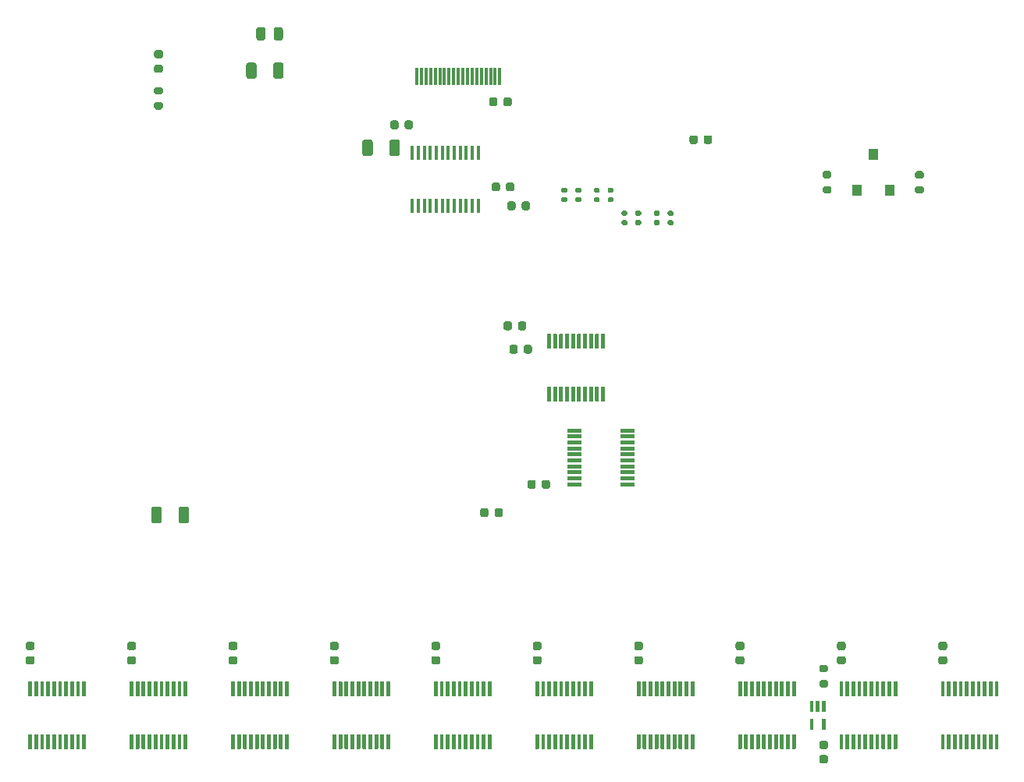
<source format=gbr>
%TF.GenerationSoftware,KiCad,Pcbnew,5.1.9+dfsg1-1~bpo10+1*%
%TF.CreationDate,2023-04-01T16:07:05+02:00*%
%TF.ProjectId,IIsi-to-ztex,49497369-2d74-46f2-9d7a-7465782e6b69,rev?*%
%TF.SameCoordinates,Original*%
%TF.FileFunction,Paste,Top*%
%TF.FilePolarity,Positive*%
%FSLAX46Y46*%
G04 Gerber Fmt 4.6, Leading zero omitted, Abs format (unit mm)*
G04 Created by KiCad (PCBNEW 5.1.9+dfsg1-1~bpo10+1) date 2023-04-01 16:07:05*
%MOMM*%
%LPD*%
G01*
G04 APERTURE LIST*
%ADD10R,1.000000X1.300000*%
%ADD11R,0.410000X1.570000*%
%ADD12R,0.300000X1.900000*%
G04 APERTURE END LIST*
%TO.C,R11*%
G36*
G01*
X187885000Y-125325000D02*
X187335000Y-125325000D01*
G75*
G02*
X187135000Y-125125000I0J200000D01*
G01*
X187135000Y-124725000D01*
G75*
G02*
X187335000Y-124525000I200000J0D01*
G01*
X187885000Y-124525000D01*
G75*
G02*
X188085000Y-124725000I0J-200000D01*
G01*
X188085000Y-125125000D01*
G75*
G02*
X187885000Y-125325000I-200000J0D01*
G01*
G37*
G36*
G01*
X187885000Y-126975000D02*
X187335000Y-126975000D01*
G75*
G02*
X187135000Y-126775000I0J200000D01*
G01*
X187135000Y-126375000D01*
G75*
G02*
X187335000Y-126175000I200000J0D01*
G01*
X187885000Y-126175000D01*
G75*
G02*
X188085000Y-126375000I0J-200000D01*
G01*
X188085000Y-126775000D01*
G75*
G02*
X187885000Y-126975000I-200000J0D01*
G01*
G37*
%TD*%
%TO.C,U14*%
G36*
G01*
X187430000Y-130365000D02*
X187790000Y-130365000D01*
G75*
G02*
X187810000Y-130385000I0J-20000D01*
G01*
X187810000Y-131535000D01*
G75*
G02*
X187790000Y-131555000I-20000J0D01*
G01*
X187430000Y-131555000D01*
G75*
G02*
X187410000Y-131535000I0J20000D01*
G01*
X187410000Y-130385000D01*
G75*
G02*
X187430000Y-130365000I20000J0D01*
G01*
G37*
G36*
G01*
X186130000Y-130365000D02*
X186490000Y-130365000D01*
G75*
G02*
X186510000Y-130385000I0J-20000D01*
G01*
X186510000Y-131535000D01*
G75*
G02*
X186490000Y-131555000I-20000J0D01*
G01*
X186130000Y-131555000D01*
G75*
G02*
X186110000Y-131535000I0J20000D01*
G01*
X186110000Y-130385000D01*
G75*
G02*
X186130000Y-130365000I20000J0D01*
G01*
G37*
G36*
G01*
X186130000Y-128445000D02*
X186490000Y-128445000D01*
G75*
G02*
X186510000Y-128465000I0J-20000D01*
G01*
X186510000Y-129615000D01*
G75*
G02*
X186490000Y-129635000I-20000J0D01*
G01*
X186130000Y-129635000D01*
G75*
G02*
X186110000Y-129615000I0J20000D01*
G01*
X186110000Y-128465000D01*
G75*
G02*
X186130000Y-128445000I20000J0D01*
G01*
G37*
G36*
G01*
X186780000Y-128445000D02*
X187140000Y-128445000D01*
G75*
G02*
X187160000Y-128465000I0J-20000D01*
G01*
X187160000Y-129615000D01*
G75*
G02*
X187140000Y-129635000I-20000J0D01*
G01*
X186780000Y-129635000D01*
G75*
G02*
X186760000Y-129615000I0J20000D01*
G01*
X186760000Y-128465000D01*
G75*
G02*
X186780000Y-128445000I20000J0D01*
G01*
G37*
G36*
G01*
X187430000Y-128445000D02*
X187790000Y-128445000D01*
G75*
G02*
X187810000Y-128465000I0J-20000D01*
G01*
X187810000Y-129615000D01*
G75*
G02*
X187790000Y-129635000I-20000J0D01*
G01*
X187430000Y-129635000D01*
G75*
G02*
X187410000Y-129615000I0J20000D01*
G01*
X187410000Y-128465000D01*
G75*
G02*
X187430000Y-128445000I20000J0D01*
G01*
G37*
%TD*%
%TO.C,C23*%
G36*
G01*
X187860000Y-133675000D02*
X187360000Y-133675000D01*
G75*
G02*
X187135000Y-133450000I0J225000D01*
G01*
X187135000Y-133000000D01*
G75*
G02*
X187360000Y-132775000I225000J0D01*
G01*
X187860000Y-132775000D01*
G75*
G02*
X188085000Y-133000000I0J-225000D01*
G01*
X188085000Y-133450000D01*
G75*
G02*
X187860000Y-133675000I-225000J0D01*
G01*
G37*
G36*
G01*
X187860000Y-135225000D02*
X187360000Y-135225000D01*
G75*
G02*
X187135000Y-135000000I0J225000D01*
G01*
X187135000Y-134550000D01*
G75*
G02*
X187360000Y-134325000I225000J0D01*
G01*
X187860000Y-134325000D01*
G75*
G02*
X188085000Y-134550000I0J-225000D01*
G01*
X188085000Y-135000000D01*
G75*
G02*
X187860000Y-135225000I-225000J0D01*
G01*
G37*
%TD*%
%TO.C,R10*%
G36*
G01*
X170815000Y-76240000D02*
X171185000Y-76240000D01*
G75*
G02*
X171320000Y-76375000I0J-135000D01*
G01*
X171320000Y-76645000D01*
G75*
G02*
X171185000Y-76780000I-135000J0D01*
G01*
X170815000Y-76780000D01*
G75*
G02*
X170680000Y-76645000I0J135000D01*
G01*
X170680000Y-76375000D01*
G75*
G02*
X170815000Y-76240000I135000J0D01*
G01*
G37*
G36*
G01*
X170815000Y-75220000D02*
X171185000Y-75220000D01*
G75*
G02*
X171320000Y-75355000I0J-135000D01*
G01*
X171320000Y-75625000D01*
G75*
G02*
X171185000Y-75760000I-135000J0D01*
G01*
X170815000Y-75760000D01*
G75*
G02*
X170680000Y-75625000I0J135000D01*
G01*
X170680000Y-75355000D01*
G75*
G02*
X170815000Y-75220000I135000J0D01*
G01*
G37*
%TD*%
%TO.C,R9*%
G36*
G01*
X165815000Y-76240000D02*
X166185000Y-76240000D01*
G75*
G02*
X166320000Y-76375000I0J-135000D01*
G01*
X166320000Y-76645000D01*
G75*
G02*
X166185000Y-76780000I-135000J0D01*
G01*
X165815000Y-76780000D01*
G75*
G02*
X165680000Y-76645000I0J135000D01*
G01*
X165680000Y-76375000D01*
G75*
G02*
X165815000Y-76240000I135000J0D01*
G01*
G37*
G36*
G01*
X165815000Y-75220000D02*
X166185000Y-75220000D01*
G75*
G02*
X166320000Y-75355000I0J-135000D01*
G01*
X166320000Y-75625000D01*
G75*
G02*
X166185000Y-75760000I-135000J0D01*
G01*
X165815000Y-75760000D01*
G75*
G02*
X165680000Y-75625000I0J135000D01*
G01*
X165680000Y-75355000D01*
G75*
G02*
X165815000Y-75220000I135000J0D01*
G01*
G37*
%TD*%
%TO.C,R8*%
G36*
G01*
X162815000Y-73740000D02*
X163185000Y-73740000D01*
G75*
G02*
X163320000Y-73875000I0J-135000D01*
G01*
X163320000Y-74145000D01*
G75*
G02*
X163185000Y-74280000I-135000J0D01*
G01*
X162815000Y-74280000D01*
G75*
G02*
X162680000Y-74145000I0J135000D01*
G01*
X162680000Y-73875000D01*
G75*
G02*
X162815000Y-73740000I135000J0D01*
G01*
G37*
G36*
G01*
X162815000Y-72720000D02*
X163185000Y-72720000D01*
G75*
G02*
X163320000Y-72855000I0J-135000D01*
G01*
X163320000Y-73125000D01*
G75*
G02*
X163185000Y-73260000I-135000J0D01*
G01*
X162815000Y-73260000D01*
G75*
G02*
X162680000Y-73125000I0J135000D01*
G01*
X162680000Y-72855000D01*
G75*
G02*
X162815000Y-72720000I135000J0D01*
G01*
G37*
%TD*%
%TO.C,R7*%
G36*
G01*
X159315000Y-73740000D02*
X159685000Y-73740000D01*
G75*
G02*
X159820000Y-73875000I0J-135000D01*
G01*
X159820000Y-74145000D01*
G75*
G02*
X159685000Y-74280000I-135000J0D01*
G01*
X159315000Y-74280000D01*
G75*
G02*
X159180000Y-74145000I0J135000D01*
G01*
X159180000Y-73875000D01*
G75*
G02*
X159315000Y-73740000I135000J0D01*
G01*
G37*
G36*
G01*
X159315000Y-72720000D02*
X159685000Y-72720000D01*
G75*
G02*
X159820000Y-72855000I0J-135000D01*
G01*
X159820000Y-73125000D01*
G75*
G02*
X159685000Y-73260000I-135000J0D01*
G01*
X159315000Y-73260000D01*
G75*
G02*
X159180000Y-73125000I0J135000D01*
G01*
X159180000Y-72855000D01*
G75*
G02*
X159315000Y-72720000I135000J0D01*
G01*
G37*
%TD*%
%TO.C,R6*%
G36*
G01*
X169685000Y-75760000D02*
X169315000Y-75760000D01*
G75*
G02*
X169180000Y-75625000I0J135000D01*
G01*
X169180000Y-75355000D01*
G75*
G02*
X169315000Y-75220000I135000J0D01*
G01*
X169685000Y-75220000D01*
G75*
G02*
X169820000Y-75355000I0J-135000D01*
G01*
X169820000Y-75625000D01*
G75*
G02*
X169685000Y-75760000I-135000J0D01*
G01*
G37*
G36*
G01*
X169685000Y-76780000D02*
X169315000Y-76780000D01*
G75*
G02*
X169180000Y-76645000I0J135000D01*
G01*
X169180000Y-76375000D01*
G75*
G02*
X169315000Y-76240000I135000J0D01*
G01*
X169685000Y-76240000D01*
G75*
G02*
X169820000Y-76375000I0J-135000D01*
G01*
X169820000Y-76645000D01*
G75*
G02*
X169685000Y-76780000I-135000J0D01*
G01*
G37*
%TD*%
%TO.C,R5*%
G36*
G01*
X167685000Y-75760000D02*
X167315000Y-75760000D01*
G75*
G02*
X167180000Y-75625000I0J135000D01*
G01*
X167180000Y-75355000D01*
G75*
G02*
X167315000Y-75220000I135000J0D01*
G01*
X167685000Y-75220000D01*
G75*
G02*
X167820000Y-75355000I0J-135000D01*
G01*
X167820000Y-75625000D01*
G75*
G02*
X167685000Y-75760000I-135000J0D01*
G01*
G37*
G36*
G01*
X167685000Y-76780000D02*
X167315000Y-76780000D01*
G75*
G02*
X167180000Y-76645000I0J135000D01*
G01*
X167180000Y-76375000D01*
G75*
G02*
X167315000Y-76240000I135000J0D01*
G01*
X167685000Y-76240000D01*
G75*
G02*
X167820000Y-76375000I0J-135000D01*
G01*
X167820000Y-76645000D01*
G75*
G02*
X167685000Y-76780000I-135000J0D01*
G01*
G37*
%TD*%
%TO.C,R4*%
G36*
G01*
X164685000Y-73260000D02*
X164315000Y-73260000D01*
G75*
G02*
X164180000Y-73125000I0J135000D01*
G01*
X164180000Y-72855000D01*
G75*
G02*
X164315000Y-72720000I135000J0D01*
G01*
X164685000Y-72720000D01*
G75*
G02*
X164820000Y-72855000I0J-135000D01*
G01*
X164820000Y-73125000D01*
G75*
G02*
X164685000Y-73260000I-135000J0D01*
G01*
G37*
G36*
G01*
X164685000Y-74280000D02*
X164315000Y-74280000D01*
G75*
G02*
X164180000Y-74145000I0J135000D01*
G01*
X164180000Y-73875000D01*
G75*
G02*
X164315000Y-73740000I135000J0D01*
G01*
X164685000Y-73740000D01*
G75*
G02*
X164820000Y-73875000I0J-135000D01*
G01*
X164820000Y-74145000D01*
G75*
G02*
X164685000Y-74280000I-135000J0D01*
G01*
G37*
%TD*%
%TO.C,R3*%
G36*
G01*
X161185000Y-73260000D02*
X160815000Y-73260000D01*
G75*
G02*
X160680000Y-73125000I0J135000D01*
G01*
X160680000Y-72855000D01*
G75*
G02*
X160815000Y-72720000I135000J0D01*
G01*
X161185000Y-72720000D01*
G75*
G02*
X161320000Y-72855000I0J-135000D01*
G01*
X161320000Y-73125000D01*
G75*
G02*
X161185000Y-73260000I-135000J0D01*
G01*
G37*
G36*
G01*
X161185000Y-74280000D02*
X160815000Y-74280000D01*
G75*
G02*
X160680000Y-74145000I0J135000D01*
G01*
X160680000Y-73875000D01*
G75*
G02*
X160815000Y-73740000I135000J0D01*
G01*
X161185000Y-73740000D01*
G75*
G02*
X161320000Y-73875000I0J-135000D01*
G01*
X161320000Y-74145000D01*
G75*
G02*
X161185000Y-74280000I-135000J0D01*
G01*
G37*
%TD*%
%TO.C,U13*%
G36*
G01*
X158009500Y-90165000D02*
X157640500Y-90165000D01*
G75*
G02*
X157620000Y-90144500I0J20500D01*
G01*
X157620000Y-88615500D01*
G75*
G02*
X157640500Y-88595000I20500J0D01*
G01*
X158009500Y-88595000D01*
G75*
G02*
X158030000Y-88615500I0J-20500D01*
G01*
X158030000Y-90144500D01*
G75*
G02*
X158009500Y-90165000I-20500J0D01*
G01*
G37*
G36*
G01*
X158659500Y-90165000D02*
X158290500Y-90165000D01*
G75*
G02*
X158270000Y-90144500I0J20500D01*
G01*
X158270000Y-88615500D01*
G75*
G02*
X158290500Y-88595000I20500J0D01*
G01*
X158659500Y-88595000D01*
G75*
G02*
X158680000Y-88615500I0J-20500D01*
G01*
X158680000Y-90144500D01*
G75*
G02*
X158659500Y-90165000I-20500J0D01*
G01*
G37*
G36*
G01*
X159309500Y-90165000D02*
X158940500Y-90165000D01*
G75*
G02*
X158920000Y-90144500I0J20500D01*
G01*
X158920000Y-88615500D01*
G75*
G02*
X158940500Y-88595000I20500J0D01*
G01*
X159309500Y-88595000D01*
G75*
G02*
X159330000Y-88615500I0J-20500D01*
G01*
X159330000Y-90144500D01*
G75*
G02*
X159309500Y-90165000I-20500J0D01*
G01*
G37*
G36*
G01*
X159959500Y-90165000D02*
X159590500Y-90165000D01*
G75*
G02*
X159570000Y-90144500I0J20500D01*
G01*
X159570000Y-88615500D01*
G75*
G02*
X159590500Y-88595000I20500J0D01*
G01*
X159959500Y-88595000D01*
G75*
G02*
X159980000Y-88615500I0J-20500D01*
G01*
X159980000Y-90144500D01*
G75*
G02*
X159959500Y-90165000I-20500J0D01*
G01*
G37*
G36*
G01*
X160609500Y-90165000D02*
X160240500Y-90165000D01*
G75*
G02*
X160220000Y-90144500I0J20500D01*
G01*
X160220000Y-88615500D01*
G75*
G02*
X160240500Y-88595000I20500J0D01*
G01*
X160609500Y-88595000D01*
G75*
G02*
X160630000Y-88615500I0J-20500D01*
G01*
X160630000Y-90144500D01*
G75*
G02*
X160609500Y-90165000I-20500J0D01*
G01*
G37*
G36*
G01*
X161259500Y-90165000D02*
X160890500Y-90165000D01*
G75*
G02*
X160870000Y-90144500I0J20500D01*
G01*
X160870000Y-88615500D01*
G75*
G02*
X160890500Y-88595000I20500J0D01*
G01*
X161259500Y-88595000D01*
G75*
G02*
X161280000Y-88615500I0J-20500D01*
G01*
X161280000Y-90144500D01*
G75*
G02*
X161259500Y-90165000I-20500J0D01*
G01*
G37*
G36*
G01*
X161909500Y-90165000D02*
X161540500Y-90165000D01*
G75*
G02*
X161520000Y-90144500I0J20500D01*
G01*
X161520000Y-88615500D01*
G75*
G02*
X161540500Y-88595000I20500J0D01*
G01*
X161909500Y-88595000D01*
G75*
G02*
X161930000Y-88615500I0J-20500D01*
G01*
X161930000Y-90144500D01*
G75*
G02*
X161909500Y-90165000I-20500J0D01*
G01*
G37*
G36*
G01*
X162559500Y-90165000D02*
X162190500Y-90165000D01*
G75*
G02*
X162170000Y-90144500I0J20500D01*
G01*
X162170000Y-88615500D01*
G75*
G02*
X162190500Y-88595000I20500J0D01*
G01*
X162559500Y-88595000D01*
G75*
G02*
X162580000Y-88615500I0J-20500D01*
G01*
X162580000Y-90144500D01*
G75*
G02*
X162559500Y-90165000I-20500J0D01*
G01*
G37*
G36*
G01*
X163209500Y-90165000D02*
X162840500Y-90165000D01*
G75*
G02*
X162820000Y-90144500I0J20500D01*
G01*
X162820000Y-88615500D01*
G75*
G02*
X162840500Y-88595000I20500J0D01*
G01*
X163209500Y-88595000D01*
G75*
G02*
X163230000Y-88615500I0J-20500D01*
G01*
X163230000Y-90144500D01*
G75*
G02*
X163209500Y-90165000I-20500J0D01*
G01*
G37*
G36*
G01*
X163859500Y-90165000D02*
X163490500Y-90165000D01*
G75*
G02*
X163470000Y-90144500I0J20500D01*
G01*
X163470000Y-88615500D01*
G75*
G02*
X163490500Y-88595000I20500J0D01*
G01*
X163859500Y-88595000D01*
G75*
G02*
X163880000Y-88615500I0J-20500D01*
G01*
X163880000Y-90144500D01*
G75*
G02*
X163859500Y-90165000I-20500J0D01*
G01*
G37*
G36*
G01*
X163859500Y-95905000D02*
X163490500Y-95905000D01*
G75*
G02*
X163470000Y-95884500I0J20500D01*
G01*
X163470000Y-94355500D01*
G75*
G02*
X163490500Y-94335000I20500J0D01*
G01*
X163859500Y-94335000D01*
G75*
G02*
X163880000Y-94355500I0J-20500D01*
G01*
X163880000Y-95884500D01*
G75*
G02*
X163859500Y-95905000I-20500J0D01*
G01*
G37*
G36*
G01*
X163209500Y-95905000D02*
X162840500Y-95905000D01*
G75*
G02*
X162820000Y-95884500I0J20500D01*
G01*
X162820000Y-94355500D01*
G75*
G02*
X162840500Y-94335000I20500J0D01*
G01*
X163209500Y-94335000D01*
G75*
G02*
X163230000Y-94355500I0J-20500D01*
G01*
X163230000Y-95884500D01*
G75*
G02*
X163209500Y-95905000I-20500J0D01*
G01*
G37*
G36*
G01*
X162559500Y-95905000D02*
X162190500Y-95905000D01*
G75*
G02*
X162170000Y-95884500I0J20500D01*
G01*
X162170000Y-94355500D01*
G75*
G02*
X162190500Y-94335000I20500J0D01*
G01*
X162559500Y-94335000D01*
G75*
G02*
X162580000Y-94355500I0J-20500D01*
G01*
X162580000Y-95884500D01*
G75*
G02*
X162559500Y-95905000I-20500J0D01*
G01*
G37*
G36*
G01*
X161909500Y-95905000D02*
X161540500Y-95905000D01*
G75*
G02*
X161520000Y-95884500I0J20500D01*
G01*
X161520000Y-94355500D01*
G75*
G02*
X161540500Y-94335000I20500J0D01*
G01*
X161909500Y-94335000D01*
G75*
G02*
X161930000Y-94355500I0J-20500D01*
G01*
X161930000Y-95884500D01*
G75*
G02*
X161909500Y-95905000I-20500J0D01*
G01*
G37*
G36*
G01*
X161259500Y-95905000D02*
X160890500Y-95905000D01*
G75*
G02*
X160870000Y-95884500I0J20500D01*
G01*
X160870000Y-94355500D01*
G75*
G02*
X160890500Y-94335000I20500J0D01*
G01*
X161259500Y-94335000D01*
G75*
G02*
X161280000Y-94355500I0J-20500D01*
G01*
X161280000Y-95884500D01*
G75*
G02*
X161259500Y-95905000I-20500J0D01*
G01*
G37*
G36*
G01*
X160609500Y-95905000D02*
X160240500Y-95905000D01*
G75*
G02*
X160220000Y-95884500I0J20500D01*
G01*
X160220000Y-94355500D01*
G75*
G02*
X160240500Y-94335000I20500J0D01*
G01*
X160609500Y-94335000D01*
G75*
G02*
X160630000Y-94355500I0J-20500D01*
G01*
X160630000Y-95884500D01*
G75*
G02*
X160609500Y-95905000I-20500J0D01*
G01*
G37*
G36*
G01*
X159959500Y-95905000D02*
X159590500Y-95905000D01*
G75*
G02*
X159570000Y-95884500I0J20500D01*
G01*
X159570000Y-94355500D01*
G75*
G02*
X159590500Y-94335000I20500J0D01*
G01*
X159959500Y-94335000D01*
G75*
G02*
X159980000Y-94355500I0J-20500D01*
G01*
X159980000Y-95884500D01*
G75*
G02*
X159959500Y-95905000I-20500J0D01*
G01*
G37*
G36*
G01*
X159309500Y-95905000D02*
X158940500Y-95905000D01*
G75*
G02*
X158920000Y-95884500I0J20500D01*
G01*
X158920000Y-94355500D01*
G75*
G02*
X158940500Y-94335000I20500J0D01*
G01*
X159309500Y-94335000D01*
G75*
G02*
X159330000Y-94355500I0J-20500D01*
G01*
X159330000Y-95884500D01*
G75*
G02*
X159309500Y-95905000I-20500J0D01*
G01*
G37*
G36*
G01*
X158659500Y-95905000D02*
X158290500Y-95905000D01*
G75*
G02*
X158270000Y-95884500I0J20500D01*
G01*
X158270000Y-94355500D01*
G75*
G02*
X158290500Y-94335000I20500J0D01*
G01*
X158659500Y-94335000D01*
G75*
G02*
X158680000Y-94355500I0J-20500D01*
G01*
X158680000Y-95884500D01*
G75*
G02*
X158659500Y-95905000I-20500J0D01*
G01*
G37*
G36*
G01*
X158009500Y-95905000D02*
X157640500Y-95905000D01*
G75*
G02*
X157620000Y-95884500I0J20500D01*
G01*
X157620000Y-94355500D01*
G75*
G02*
X157640500Y-94335000I20500J0D01*
G01*
X158009500Y-94335000D01*
G75*
G02*
X158030000Y-94355500I0J-20500D01*
G01*
X158030000Y-95884500D01*
G75*
G02*
X158009500Y-95905000I-20500J0D01*
G01*
G37*
%TD*%
D10*
%TO.C,SW1*%
X194750000Y-72950000D03*
X193000000Y-69050000D03*
X191250000Y-72950000D03*
%TD*%
%TO.C,R15*%
G36*
G01*
X197725000Y-72550000D02*
X198275000Y-72550000D01*
G75*
G02*
X198475000Y-72750000I0J-200000D01*
G01*
X198475000Y-73150000D01*
G75*
G02*
X198275000Y-73350000I-200000J0D01*
G01*
X197725000Y-73350000D01*
G75*
G02*
X197525000Y-73150000I0J200000D01*
G01*
X197525000Y-72750000D01*
G75*
G02*
X197725000Y-72550000I200000J0D01*
G01*
G37*
G36*
G01*
X197725000Y-70900000D02*
X198275000Y-70900000D01*
G75*
G02*
X198475000Y-71100000I0J-200000D01*
G01*
X198475000Y-71500000D01*
G75*
G02*
X198275000Y-71700000I-200000J0D01*
G01*
X197725000Y-71700000D01*
G75*
G02*
X197525000Y-71500000I0J200000D01*
G01*
X197525000Y-71100000D01*
G75*
G02*
X197725000Y-70900000I200000J0D01*
G01*
G37*
%TD*%
%TO.C,R14*%
G36*
G01*
X187725000Y-72550000D02*
X188275000Y-72550000D01*
G75*
G02*
X188475000Y-72750000I0J-200000D01*
G01*
X188475000Y-73150000D01*
G75*
G02*
X188275000Y-73350000I-200000J0D01*
G01*
X187725000Y-73350000D01*
G75*
G02*
X187525000Y-73150000I0J200000D01*
G01*
X187525000Y-72750000D01*
G75*
G02*
X187725000Y-72550000I200000J0D01*
G01*
G37*
G36*
G01*
X187725000Y-70900000D02*
X188275000Y-70900000D01*
G75*
G02*
X188475000Y-71100000I0J-200000D01*
G01*
X188475000Y-71500000D01*
G75*
G02*
X188275000Y-71700000I-200000J0D01*
G01*
X187725000Y-71700000D01*
G75*
G02*
X187525000Y-71500000I0J200000D01*
G01*
X187525000Y-71100000D01*
G75*
G02*
X187725000Y-70900000I200000J0D01*
G01*
G37*
%TD*%
%TO.C,C22*%
G36*
G01*
X154425000Y-90000000D02*
X154425000Y-90500000D01*
G75*
G02*
X154200000Y-90725000I-225000J0D01*
G01*
X153750000Y-90725000D01*
G75*
G02*
X153525000Y-90500000I0J225000D01*
G01*
X153525000Y-90000000D01*
G75*
G02*
X153750000Y-89775000I225000J0D01*
G01*
X154200000Y-89775000D01*
G75*
G02*
X154425000Y-90000000I0J-225000D01*
G01*
G37*
G36*
G01*
X155975000Y-90000000D02*
X155975000Y-90500000D01*
G75*
G02*
X155750000Y-90725000I-225000J0D01*
G01*
X155300000Y-90725000D01*
G75*
G02*
X155075000Y-90500000I0J225000D01*
G01*
X155075000Y-90000000D01*
G75*
G02*
X155300000Y-89775000I225000J0D01*
G01*
X155750000Y-89775000D01*
G75*
G02*
X155975000Y-90000000I0J-225000D01*
G01*
G37*
%TD*%
%TO.C,C21*%
G36*
G01*
X174610000Y-67750000D02*
X174610000Y-67250000D01*
G75*
G02*
X174835000Y-67025000I225000J0D01*
G01*
X175285000Y-67025000D01*
G75*
G02*
X175510000Y-67250000I0J-225000D01*
G01*
X175510000Y-67750000D01*
G75*
G02*
X175285000Y-67975000I-225000J0D01*
G01*
X174835000Y-67975000D01*
G75*
G02*
X174610000Y-67750000I0J225000D01*
G01*
G37*
G36*
G01*
X173060000Y-67750000D02*
X173060000Y-67250000D01*
G75*
G02*
X173285000Y-67025000I225000J0D01*
G01*
X173735000Y-67025000D01*
G75*
G02*
X173960000Y-67250000I0J-225000D01*
G01*
X173960000Y-67750000D01*
G75*
G02*
X173735000Y-67975000I-225000J0D01*
G01*
X173285000Y-67975000D01*
G75*
G02*
X173060000Y-67750000I0J225000D01*
G01*
G37*
%TD*%
D11*
%TO.C,U12*%
X142980000Y-68940000D03*
X143630000Y-68940000D03*
X144280000Y-68940000D03*
X144930000Y-68940000D03*
X145580000Y-68940000D03*
X146230000Y-68940000D03*
X146880000Y-68940000D03*
X147530000Y-68940000D03*
X148180000Y-68940000D03*
X148830000Y-68940000D03*
X149480000Y-68940000D03*
X150130000Y-68940000D03*
X150130000Y-74680000D03*
X149480000Y-74680000D03*
X148830000Y-74680000D03*
X148180000Y-74680000D03*
X147530000Y-74680000D03*
X146880000Y-74680000D03*
X146230000Y-74680000D03*
X145580000Y-74680000D03*
X144930000Y-74680000D03*
X144280000Y-74680000D03*
X143630000Y-74680000D03*
X142980000Y-74680000D03*
%TD*%
%TO.C,R2*%
G36*
G01*
X126097500Y-59374998D02*
X126097500Y-60625002D01*
G75*
G02*
X125847502Y-60875000I-249998J0D01*
G01*
X125222498Y-60875000D01*
G75*
G02*
X124972500Y-60625002I0J249998D01*
G01*
X124972500Y-59374998D01*
G75*
G02*
X125222498Y-59125000I249998J0D01*
G01*
X125847502Y-59125000D01*
G75*
G02*
X126097500Y-59374998I0J-249998D01*
G01*
G37*
G36*
G01*
X129022500Y-59374998D02*
X129022500Y-60625002D01*
G75*
G02*
X128772502Y-60875000I-249998J0D01*
G01*
X128147498Y-60875000D01*
G75*
G02*
X127897500Y-60625002I0J249998D01*
G01*
X127897500Y-59374998D01*
G75*
G02*
X128147498Y-59125000I249998J0D01*
G01*
X128772502Y-59125000D01*
G75*
G02*
X129022500Y-59374998I0J-249998D01*
G01*
G37*
%TD*%
D12*
%TO.C,J3*%
X152480000Y-60620000D03*
X151980000Y-60620000D03*
X151480000Y-60620000D03*
X150980000Y-60620000D03*
X150480000Y-60620000D03*
X149980000Y-60620000D03*
X149480000Y-60620000D03*
X148980000Y-60620000D03*
X148480000Y-60620000D03*
X147980000Y-60620000D03*
X147480000Y-60620000D03*
X146980000Y-60620000D03*
X146480000Y-60620000D03*
X145980000Y-60620000D03*
X145480000Y-60620000D03*
X144980000Y-60620000D03*
X144480000Y-60620000D03*
X143980000Y-60620000D03*
X143480000Y-60620000D03*
%TD*%
%TO.C,C20*%
G36*
G01*
X127060000Y-55525000D02*
X127060000Y-56475000D01*
G75*
G02*
X126810000Y-56725000I-250000J0D01*
G01*
X126310000Y-56725000D01*
G75*
G02*
X126060000Y-56475000I0J250000D01*
G01*
X126060000Y-55525000D01*
G75*
G02*
X126310000Y-55275000I250000J0D01*
G01*
X126810000Y-55275000D01*
G75*
G02*
X127060000Y-55525000I0J-250000D01*
G01*
G37*
G36*
G01*
X128960000Y-55525000D02*
X128960000Y-56475000D01*
G75*
G02*
X128710000Y-56725000I-250000J0D01*
G01*
X128210000Y-56725000D01*
G75*
G02*
X127960000Y-56475000I0J250000D01*
G01*
X127960000Y-55525000D01*
G75*
G02*
X128210000Y-55275000I250000J0D01*
G01*
X128710000Y-55275000D01*
G75*
G02*
X128960000Y-55525000I0J-250000D01*
G01*
G37*
%TD*%
%TO.C,C19*%
G36*
G01*
X152880000Y-63630000D02*
X152880000Y-63130000D01*
G75*
G02*
X153105000Y-62905000I225000J0D01*
G01*
X153555000Y-62905000D01*
G75*
G02*
X153780000Y-63130000I0J-225000D01*
G01*
X153780000Y-63630000D01*
G75*
G02*
X153555000Y-63855000I-225000J0D01*
G01*
X153105000Y-63855000D01*
G75*
G02*
X152880000Y-63630000I0J225000D01*
G01*
G37*
G36*
G01*
X151330000Y-63630000D02*
X151330000Y-63130000D01*
G75*
G02*
X151555000Y-62905000I225000J0D01*
G01*
X152005000Y-62905000D01*
G75*
G02*
X152230000Y-63130000I0J-225000D01*
G01*
X152230000Y-63630000D01*
G75*
G02*
X152005000Y-63855000I-225000J0D01*
G01*
X151555000Y-63855000D01*
G75*
G02*
X151330000Y-63630000I0J225000D01*
G01*
G37*
%TD*%
%TO.C,C18*%
G36*
G01*
X153155000Y-72880000D02*
X153155000Y-72380000D01*
G75*
G02*
X153380000Y-72155000I225000J0D01*
G01*
X153830000Y-72155000D01*
G75*
G02*
X154055000Y-72380000I0J-225000D01*
G01*
X154055000Y-72880000D01*
G75*
G02*
X153830000Y-73105000I-225000J0D01*
G01*
X153380000Y-73105000D01*
G75*
G02*
X153155000Y-72880000I0J225000D01*
G01*
G37*
G36*
G01*
X151605000Y-72880000D02*
X151605000Y-72380000D01*
G75*
G02*
X151830000Y-72155000I225000J0D01*
G01*
X152280000Y-72155000D01*
G75*
G02*
X152505000Y-72380000I0J-225000D01*
G01*
X152505000Y-72880000D01*
G75*
G02*
X152280000Y-73105000I-225000J0D01*
G01*
X151830000Y-73105000D01*
G75*
G02*
X151605000Y-72880000I0J225000D01*
G01*
G37*
%TD*%
%TO.C,C17*%
G36*
G01*
X154850000Y-74930000D02*
X154850000Y-74430000D01*
G75*
G02*
X155075000Y-74205000I225000J0D01*
G01*
X155525000Y-74205000D01*
G75*
G02*
X155750000Y-74430000I0J-225000D01*
G01*
X155750000Y-74930000D01*
G75*
G02*
X155525000Y-75155000I-225000J0D01*
G01*
X155075000Y-75155000D01*
G75*
G02*
X154850000Y-74930000I0J225000D01*
G01*
G37*
G36*
G01*
X153300000Y-74930000D02*
X153300000Y-74430000D01*
G75*
G02*
X153525000Y-74205000I225000J0D01*
G01*
X153975000Y-74205000D01*
G75*
G02*
X154200000Y-74430000I0J-225000D01*
G01*
X154200000Y-74930000D01*
G75*
G02*
X153975000Y-75155000I-225000J0D01*
G01*
X153525000Y-75155000D01*
G75*
G02*
X153300000Y-74930000I0J225000D01*
G01*
G37*
%TD*%
%TO.C,C16*%
G36*
G01*
X138705000Y-67729999D02*
X138705000Y-69030001D01*
G75*
G02*
X138455001Y-69280000I-249999J0D01*
G01*
X137804999Y-69280000D01*
G75*
G02*
X137555000Y-69030001I0J249999D01*
G01*
X137555000Y-67729999D01*
G75*
G02*
X137804999Y-67480000I249999J0D01*
G01*
X138455001Y-67480000D01*
G75*
G02*
X138705000Y-67729999I0J-249999D01*
G01*
G37*
G36*
G01*
X141655000Y-67729999D02*
X141655000Y-69030001D01*
G75*
G02*
X141405001Y-69280000I-249999J0D01*
G01*
X140754999Y-69280000D01*
G75*
G02*
X140505000Y-69030001I0J249999D01*
G01*
X140505000Y-67729999D01*
G75*
G02*
X140754999Y-67480000I249999J0D01*
G01*
X141405001Y-67480000D01*
G75*
G02*
X141655000Y-67729999I0J-249999D01*
G01*
G37*
%TD*%
%TO.C,C15*%
G36*
G01*
X141505000Y-65630000D02*
X141505000Y-66130000D01*
G75*
G02*
X141280000Y-66355000I-225000J0D01*
G01*
X140830000Y-66355000D01*
G75*
G02*
X140605000Y-66130000I0J225000D01*
G01*
X140605000Y-65630000D01*
G75*
G02*
X140830000Y-65405000I225000J0D01*
G01*
X141280000Y-65405000D01*
G75*
G02*
X141505000Y-65630000I0J-225000D01*
G01*
G37*
G36*
G01*
X143055000Y-65630000D02*
X143055000Y-66130000D01*
G75*
G02*
X142830000Y-66355000I-225000J0D01*
G01*
X142380000Y-66355000D01*
G75*
G02*
X142155000Y-66130000I0J225000D01*
G01*
X142155000Y-65630000D01*
G75*
G02*
X142380000Y-65405000I225000J0D01*
G01*
X142830000Y-65405000D01*
G75*
G02*
X143055000Y-65630000I0J-225000D01*
G01*
G37*
%TD*%
%TO.C,U11*%
G36*
G01*
X161375000Y-104740500D02*
X161375000Y-105109500D01*
G75*
G02*
X161354500Y-105130000I-20500J0D01*
G01*
X159825500Y-105130000D01*
G75*
G02*
X159805000Y-105109500I0J20500D01*
G01*
X159805000Y-104740500D01*
G75*
G02*
X159825500Y-104720000I20500J0D01*
G01*
X161354500Y-104720000D01*
G75*
G02*
X161375000Y-104740500I0J-20500D01*
G01*
G37*
G36*
G01*
X161375000Y-104090500D02*
X161375000Y-104459500D01*
G75*
G02*
X161354500Y-104480000I-20500J0D01*
G01*
X159825500Y-104480000D01*
G75*
G02*
X159805000Y-104459500I0J20500D01*
G01*
X159805000Y-104090500D01*
G75*
G02*
X159825500Y-104070000I20500J0D01*
G01*
X161354500Y-104070000D01*
G75*
G02*
X161375000Y-104090500I0J-20500D01*
G01*
G37*
G36*
G01*
X161375000Y-103440500D02*
X161375000Y-103809500D01*
G75*
G02*
X161354500Y-103830000I-20500J0D01*
G01*
X159825500Y-103830000D01*
G75*
G02*
X159805000Y-103809500I0J20500D01*
G01*
X159805000Y-103440500D01*
G75*
G02*
X159825500Y-103420000I20500J0D01*
G01*
X161354500Y-103420000D01*
G75*
G02*
X161375000Y-103440500I0J-20500D01*
G01*
G37*
G36*
G01*
X161375000Y-102790500D02*
X161375000Y-103159500D01*
G75*
G02*
X161354500Y-103180000I-20500J0D01*
G01*
X159825500Y-103180000D01*
G75*
G02*
X159805000Y-103159500I0J20500D01*
G01*
X159805000Y-102790500D01*
G75*
G02*
X159825500Y-102770000I20500J0D01*
G01*
X161354500Y-102770000D01*
G75*
G02*
X161375000Y-102790500I0J-20500D01*
G01*
G37*
G36*
G01*
X161375000Y-102140500D02*
X161375000Y-102509500D01*
G75*
G02*
X161354500Y-102530000I-20500J0D01*
G01*
X159825500Y-102530000D01*
G75*
G02*
X159805000Y-102509500I0J20500D01*
G01*
X159805000Y-102140500D01*
G75*
G02*
X159825500Y-102120000I20500J0D01*
G01*
X161354500Y-102120000D01*
G75*
G02*
X161375000Y-102140500I0J-20500D01*
G01*
G37*
G36*
G01*
X161375000Y-101490500D02*
X161375000Y-101859500D01*
G75*
G02*
X161354500Y-101880000I-20500J0D01*
G01*
X159825500Y-101880000D01*
G75*
G02*
X159805000Y-101859500I0J20500D01*
G01*
X159805000Y-101490500D01*
G75*
G02*
X159825500Y-101470000I20500J0D01*
G01*
X161354500Y-101470000D01*
G75*
G02*
X161375000Y-101490500I0J-20500D01*
G01*
G37*
G36*
G01*
X161375000Y-100840500D02*
X161375000Y-101209500D01*
G75*
G02*
X161354500Y-101230000I-20500J0D01*
G01*
X159825500Y-101230000D01*
G75*
G02*
X159805000Y-101209500I0J20500D01*
G01*
X159805000Y-100840500D01*
G75*
G02*
X159825500Y-100820000I20500J0D01*
G01*
X161354500Y-100820000D01*
G75*
G02*
X161375000Y-100840500I0J-20500D01*
G01*
G37*
G36*
G01*
X161375000Y-100190500D02*
X161375000Y-100559500D01*
G75*
G02*
X161354500Y-100580000I-20500J0D01*
G01*
X159825500Y-100580000D01*
G75*
G02*
X159805000Y-100559500I0J20500D01*
G01*
X159805000Y-100190500D01*
G75*
G02*
X159825500Y-100170000I20500J0D01*
G01*
X161354500Y-100170000D01*
G75*
G02*
X161375000Y-100190500I0J-20500D01*
G01*
G37*
G36*
G01*
X161375000Y-99540500D02*
X161375000Y-99909500D01*
G75*
G02*
X161354500Y-99930000I-20500J0D01*
G01*
X159825500Y-99930000D01*
G75*
G02*
X159805000Y-99909500I0J20500D01*
G01*
X159805000Y-99540500D01*
G75*
G02*
X159825500Y-99520000I20500J0D01*
G01*
X161354500Y-99520000D01*
G75*
G02*
X161375000Y-99540500I0J-20500D01*
G01*
G37*
G36*
G01*
X161375000Y-98890500D02*
X161375000Y-99259500D01*
G75*
G02*
X161354500Y-99280000I-20500J0D01*
G01*
X159825500Y-99280000D01*
G75*
G02*
X159805000Y-99259500I0J20500D01*
G01*
X159805000Y-98890500D01*
G75*
G02*
X159825500Y-98870000I20500J0D01*
G01*
X161354500Y-98870000D01*
G75*
G02*
X161375000Y-98890500I0J-20500D01*
G01*
G37*
G36*
G01*
X167115000Y-98890500D02*
X167115000Y-99259500D01*
G75*
G02*
X167094500Y-99280000I-20500J0D01*
G01*
X165565500Y-99280000D01*
G75*
G02*
X165545000Y-99259500I0J20500D01*
G01*
X165545000Y-98890500D01*
G75*
G02*
X165565500Y-98870000I20500J0D01*
G01*
X167094500Y-98870000D01*
G75*
G02*
X167115000Y-98890500I0J-20500D01*
G01*
G37*
G36*
G01*
X167115000Y-99540500D02*
X167115000Y-99909500D01*
G75*
G02*
X167094500Y-99930000I-20500J0D01*
G01*
X165565500Y-99930000D01*
G75*
G02*
X165545000Y-99909500I0J20500D01*
G01*
X165545000Y-99540500D01*
G75*
G02*
X165565500Y-99520000I20500J0D01*
G01*
X167094500Y-99520000D01*
G75*
G02*
X167115000Y-99540500I0J-20500D01*
G01*
G37*
G36*
G01*
X167115000Y-100190500D02*
X167115000Y-100559500D01*
G75*
G02*
X167094500Y-100580000I-20500J0D01*
G01*
X165565500Y-100580000D01*
G75*
G02*
X165545000Y-100559500I0J20500D01*
G01*
X165545000Y-100190500D01*
G75*
G02*
X165565500Y-100170000I20500J0D01*
G01*
X167094500Y-100170000D01*
G75*
G02*
X167115000Y-100190500I0J-20500D01*
G01*
G37*
G36*
G01*
X167115000Y-100840500D02*
X167115000Y-101209500D01*
G75*
G02*
X167094500Y-101230000I-20500J0D01*
G01*
X165565500Y-101230000D01*
G75*
G02*
X165545000Y-101209500I0J20500D01*
G01*
X165545000Y-100840500D01*
G75*
G02*
X165565500Y-100820000I20500J0D01*
G01*
X167094500Y-100820000D01*
G75*
G02*
X167115000Y-100840500I0J-20500D01*
G01*
G37*
G36*
G01*
X167115000Y-101490500D02*
X167115000Y-101859500D01*
G75*
G02*
X167094500Y-101880000I-20500J0D01*
G01*
X165565500Y-101880000D01*
G75*
G02*
X165545000Y-101859500I0J20500D01*
G01*
X165545000Y-101490500D01*
G75*
G02*
X165565500Y-101470000I20500J0D01*
G01*
X167094500Y-101470000D01*
G75*
G02*
X167115000Y-101490500I0J-20500D01*
G01*
G37*
G36*
G01*
X167115000Y-102140500D02*
X167115000Y-102509500D01*
G75*
G02*
X167094500Y-102530000I-20500J0D01*
G01*
X165565500Y-102530000D01*
G75*
G02*
X165545000Y-102509500I0J20500D01*
G01*
X165545000Y-102140500D01*
G75*
G02*
X165565500Y-102120000I20500J0D01*
G01*
X167094500Y-102120000D01*
G75*
G02*
X167115000Y-102140500I0J-20500D01*
G01*
G37*
G36*
G01*
X167115000Y-102790500D02*
X167115000Y-103159500D01*
G75*
G02*
X167094500Y-103180000I-20500J0D01*
G01*
X165565500Y-103180000D01*
G75*
G02*
X165545000Y-103159500I0J20500D01*
G01*
X165545000Y-102790500D01*
G75*
G02*
X165565500Y-102770000I20500J0D01*
G01*
X167094500Y-102770000D01*
G75*
G02*
X167115000Y-102790500I0J-20500D01*
G01*
G37*
G36*
G01*
X167115000Y-103440500D02*
X167115000Y-103809500D01*
G75*
G02*
X167094500Y-103830000I-20500J0D01*
G01*
X165565500Y-103830000D01*
G75*
G02*
X165545000Y-103809500I0J20500D01*
G01*
X165545000Y-103440500D01*
G75*
G02*
X165565500Y-103420000I20500J0D01*
G01*
X167094500Y-103420000D01*
G75*
G02*
X167115000Y-103440500I0J-20500D01*
G01*
G37*
G36*
G01*
X167115000Y-104090500D02*
X167115000Y-104459500D01*
G75*
G02*
X167094500Y-104480000I-20500J0D01*
G01*
X165565500Y-104480000D01*
G75*
G02*
X165545000Y-104459500I0J20500D01*
G01*
X165545000Y-104090500D01*
G75*
G02*
X165565500Y-104070000I20500J0D01*
G01*
X167094500Y-104070000D01*
G75*
G02*
X167115000Y-104090500I0J-20500D01*
G01*
G37*
G36*
G01*
X167115000Y-104740500D02*
X167115000Y-105109500D01*
G75*
G02*
X167094500Y-105130000I-20500J0D01*
G01*
X165565500Y-105130000D01*
G75*
G02*
X165545000Y-105109500I0J20500D01*
G01*
X165545000Y-104740500D01*
G75*
G02*
X165565500Y-104720000I20500J0D01*
G01*
X167094500Y-104720000D01*
G75*
G02*
X167115000Y-104740500I0J-20500D01*
G01*
G37*
%TD*%
%TO.C,U10*%
G36*
G01*
X101719500Y-127915000D02*
X101350500Y-127915000D01*
G75*
G02*
X101330000Y-127894500I0J20500D01*
G01*
X101330000Y-126365500D01*
G75*
G02*
X101350500Y-126345000I20500J0D01*
G01*
X101719500Y-126345000D01*
G75*
G02*
X101740000Y-126365500I0J-20500D01*
G01*
X101740000Y-127894500D01*
G75*
G02*
X101719500Y-127915000I-20500J0D01*
G01*
G37*
G36*
G01*
X102369500Y-127915000D02*
X102000500Y-127915000D01*
G75*
G02*
X101980000Y-127894500I0J20500D01*
G01*
X101980000Y-126365500D01*
G75*
G02*
X102000500Y-126345000I20500J0D01*
G01*
X102369500Y-126345000D01*
G75*
G02*
X102390000Y-126365500I0J-20500D01*
G01*
X102390000Y-127894500D01*
G75*
G02*
X102369500Y-127915000I-20500J0D01*
G01*
G37*
G36*
G01*
X103019500Y-127915000D02*
X102650500Y-127915000D01*
G75*
G02*
X102630000Y-127894500I0J20500D01*
G01*
X102630000Y-126365500D01*
G75*
G02*
X102650500Y-126345000I20500J0D01*
G01*
X103019500Y-126345000D01*
G75*
G02*
X103040000Y-126365500I0J-20500D01*
G01*
X103040000Y-127894500D01*
G75*
G02*
X103019500Y-127915000I-20500J0D01*
G01*
G37*
G36*
G01*
X103669500Y-127915000D02*
X103300500Y-127915000D01*
G75*
G02*
X103280000Y-127894500I0J20500D01*
G01*
X103280000Y-126365500D01*
G75*
G02*
X103300500Y-126345000I20500J0D01*
G01*
X103669500Y-126345000D01*
G75*
G02*
X103690000Y-126365500I0J-20500D01*
G01*
X103690000Y-127894500D01*
G75*
G02*
X103669500Y-127915000I-20500J0D01*
G01*
G37*
G36*
G01*
X104319500Y-127915000D02*
X103950500Y-127915000D01*
G75*
G02*
X103930000Y-127894500I0J20500D01*
G01*
X103930000Y-126365500D01*
G75*
G02*
X103950500Y-126345000I20500J0D01*
G01*
X104319500Y-126345000D01*
G75*
G02*
X104340000Y-126365500I0J-20500D01*
G01*
X104340000Y-127894500D01*
G75*
G02*
X104319500Y-127915000I-20500J0D01*
G01*
G37*
G36*
G01*
X104969500Y-127915000D02*
X104600500Y-127915000D01*
G75*
G02*
X104580000Y-127894500I0J20500D01*
G01*
X104580000Y-126365500D01*
G75*
G02*
X104600500Y-126345000I20500J0D01*
G01*
X104969500Y-126345000D01*
G75*
G02*
X104990000Y-126365500I0J-20500D01*
G01*
X104990000Y-127894500D01*
G75*
G02*
X104969500Y-127915000I-20500J0D01*
G01*
G37*
G36*
G01*
X105619500Y-127915000D02*
X105250500Y-127915000D01*
G75*
G02*
X105230000Y-127894500I0J20500D01*
G01*
X105230000Y-126365500D01*
G75*
G02*
X105250500Y-126345000I20500J0D01*
G01*
X105619500Y-126345000D01*
G75*
G02*
X105640000Y-126365500I0J-20500D01*
G01*
X105640000Y-127894500D01*
G75*
G02*
X105619500Y-127915000I-20500J0D01*
G01*
G37*
G36*
G01*
X106269500Y-127915000D02*
X105900500Y-127915000D01*
G75*
G02*
X105880000Y-127894500I0J20500D01*
G01*
X105880000Y-126365500D01*
G75*
G02*
X105900500Y-126345000I20500J0D01*
G01*
X106269500Y-126345000D01*
G75*
G02*
X106290000Y-126365500I0J-20500D01*
G01*
X106290000Y-127894500D01*
G75*
G02*
X106269500Y-127915000I-20500J0D01*
G01*
G37*
G36*
G01*
X106919500Y-127915000D02*
X106550500Y-127915000D01*
G75*
G02*
X106530000Y-127894500I0J20500D01*
G01*
X106530000Y-126365500D01*
G75*
G02*
X106550500Y-126345000I20500J0D01*
G01*
X106919500Y-126345000D01*
G75*
G02*
X106940000Y-126365500I0J-20500D01*
G01*
X106940000Y-127894500D01*
G75*
G02*
X106919500Y-127915000I-20500J0D01*
G01*
G37*
G36*
G01*
X107569500Y-127915000D02*
X107200500Y-127915000D01*
G75*
G02*
X107180000Y-127894500I0J20500D01*
G01*
X107180000Y-126365500D01*
G75*
G02*
X107200500Y-126345000I20500J0D01*
G01*
X107569500Y-126345000D01*
G75*
G02*
X107590000Y-126365500I0J-20500D01*
G01*
X107590000Y-127894500D01*
G75*
G02*
X107569500Y-127915000I-20500J0D01*
G01*
G37*
G36*
G01*
X107569500Y-133655000D02*
X107200500Y-133655000D01*
G75*
G02*
X107180000Y-133634500I0J20500D01*
G01*
X107180000Y-132105500D01*
G75*
G02*
X107200500Y-132085000I20500J0D01*
G01*
X107569500Y-132085000D01*
G75*
G02*
X107590000Y-132105500I0J-20500D01*
G01*
X107590000Y-133634500D01*
G75*
G02*
X107569500Y-133655000I-20500J0D01*
G01*
G37*
G36*
G01*
X106919500Y-133655000D02*
X106550500Y-133655000D01*
G75*
G02*
X106530000Y-133634500I0J20500D01*
G01*
X106530000Y-132105500D01*
G75*
G02*
X106550500Y-132085000I20500J0D01*
G01*
X106919500Y-132085000D01*
G75*
G02*
X106940000Y-132105500I0J-20500D01*
G01*
X106940000Y-133634500D01*
G75*
G02*
X106919500Y-133655000I-20500J0D01*
G01*
G37*
G36*
G01*
X106269500Y-133655000D02*
X105900500Y-133655000D01*
G75*
G02*
X105880000Y-133634500I0J20500D01*
G01*
X105880000Y-132105500D01*
G75*
G02*
X105900500Y-132085000I20500J0D01*
G01*
X106269500Y-132085000D01*
G75*
G02*
X106290000Y-132105500I0J-20500D01*
G01*
X106290000Y-133634500D01*
G75*
G02*
X106269500Y-133655000I-20500J0D01*
G01*
G37*
G36*
G01*
X105619500Y-133655000D02*
X105250500Y-133655000D01*
G75*
G02*
X105230000Y-133634500I0J20500D01*
G01*
X105230000Y-132105500D01*
G75*
G02*
X105250500Y-132085000I20500J0D01*
G01*
X105619500Y-132085000D01*
G75*
G02*
X105640000Y-132105500I0J-20500D01*
G01*
X105640000Y-133634500D01*
G75*
G02*
X105619500Y-133655000I-20500J0D01*
G01*
G37*
G36*
G01*
X104969500Y-133655000D02*
X104600500Y-133655000D01*
G75*
G02*
X104580000Y-133634500I0J20500D01*
G01*
X104580000Y-132105500D01*
G75*
G02*
X104600500Y-132085000I20500J0D01*
G01*
X104969500Y-132085000D01*
G75*
G02*
X104990000Y-132105500I0J-20500D01*
G01*
X104990000Y-133634500D01*
G75*
G02*
X104969500Y-133655000I-20500J0D01*
G01*
G37*
G36*
G01*
X104319500Y-133655000D02*
X103950500Y-133655000D01*
G75*
G02*
X103930000Y-133634500I0J20500D01*
G01*
X103930000Y-132105500D01*
G75*
G02*
X103950500Y-132085000I20500J0D01*
G01*
X104319500Y-132085000D01*
G75*
G02*
X104340000Y-132105500I0J-20500D01*
G01*
X104340000Y-133634500D01*
G75*
G02*
X104319500Y-133655000I-20500J0D01*
G01*
G37*
G36*
G01*
X103669500Y-133655000D02*
X103300500Y-133655000D01*
G75*
G02*
X103280000Y-133634500I0J20500D01*
G01*
X103280000Y-132105500D01*
G75*
G02*
X103300500Y-132085000I20500J0D01*
G01*
X103669500Y-132085000D01*
G75*
G02*
X103690000Y-132105500I0J-20500D01*
G01*
X103690000Y-133634500D01*
G75*
G02*
X103669500Y-133655000I-20500J0D01*
G01*
G37*
G36*
G01*
X103019500Y-133655000D02*
X102650500Y-133655000D01*
G75*
G02*
X102630000Y-133634500I0J20500D01*
G01*
X102630000Y-132105500D01*
G75*
G02*
X102650500Y-132085000I20500J0D01*
G01*
X103019500Y-132085000D01*
G75*
G02*
X103040000Y-132105500I0J-20500D01*
G01*
X103040000Y-133634500D01*
G75*
G02*
X103019500Y-133655000I-20500J0D01*
G01*
G37*
G36*
G01*
X102369500Y-133655000D02*
X102000500Y-133655000D01*
G75*
G02*
X101980000Y-133634500I0J20500D01*
G01*
X101980000Y-132105500D01*
G75*
G02*
X102000500Y-132085000I20500J0D01*
G01*
X102369500Y-132085000D01*
G75*
G02*
X102390000Y-132105500I0J-20500D01*
G01*
X102390000Y-133634500D01*
G75*
G02*
X102369500Y-133655000I-20500J0D01*
G01*
G37*
G36*
G01*
X101719500Y-133655000D02*
X101350500Y-133655000D01*
G75*
G02*
X101330000Y-133634500I0J20500D01*
G01*
X101330000Y-132105500D01*
G75*
G02*
X101350500Y-132085000I20500J0D01*
G01*
X101719500Y-132085000D01*
G75*
G02*
X101740000Y-132105500I0J-20500D01*
G01*
X101740000Y-133634500D01*
G75*
G02*
X101719500Y-133655000I-20500J0D01*
G01*
G37*
%TD*%
%TO.C,U9*%
G36*
G01*
X112719500Y-127915000D02*
X112350500Y-127915000D01*
G75*
G02*
X112330000Y-127894500I0J20500D01*
G01*
X112330000Y-126365500D01*
G75*
G02*
X112350500Y-126345000I20500J0D01*
G01*
X112719500Y-126345000D01*
G75*
G02*
X112740000Y-126365500I0J-20500D01*
G01*
X112740000Y-127894500D01*
G75*
G02*
X112719500Y-127915000I-20500J0D01*
G01*
G37*
G36*
G01*
X113369500Y-127915000D02*
X113000500Y-127915000D01*
G75*
G02*
X112980000Y-127894500I0J20500D01*
G01*
X112980000Y-126365500D01*
G75*
G02*
X113000500Y-126345000I20500J0D01*
G01*
X113369500Y-126345000D01*
G75*
G02*
X113390000Y-126365500I0J-20500D01*
G01*
X113390000Y-127894500D01*
G75*
G02*
X113369500Y-127915000I-20500J0D01*
G01*
G37*
G36*
G01*
X114019500Y-127915000D02*
X113650500Y-127915000D01*
G75*
G02*
X113630000Y-127894500I0J20500D01*
G01*
X113630000Y-126365500D01*
G75*
G02*
X113650500Y-126345000I20500J0D01*
G01*
X114019500Y-126345000D01*
G75*
G02*
X114040000Y-126365500I0J-20500D01*
G01*
X114040000Y-127894500D01*
G75*
G02*
X114019500Y-127915000I-20500J0D01*
G01*
G37*
G36*
G01*
X114669500Y-127915000D02*
X114300500Y-127915000D01*
G75*
G02*
X114280000Y-127894500I0J20500D01*
G01*
X114280000Y-126365500D01*
G75*
G02*
X114300500Y-126345000I20500J0D01*
G01*
X114669500Y-126345000D01*
G75*
G02*
X114690000Y-126365500I0J-20500D01*
G01*
X114690000Y-127894500D01*
G75*
G02*
X114669500Y-127915000I-20500J0D01*
G01*
G37*
G36*
G01*
X115319500Y-127915000D02*
X114950500Y-127915000D01*
G75*
G02*
X114930000Y-127894500I0J20500D01*
G01*
X114930000Y-126365500D01*
G75*
G02*
X114950500Y-126345000I20500J0D01*
G01*
X115319500Y-126345000D01*
G75*
G02*
X115340000Y-126365500I0J-20500D01*
G01*
X115340000Y-127894500D01*
G75*
G02*
X115319500Y-127915000I-20500J0D01*
G01*
G37*
G36*
G01*
X115969500Y-127915000D02*
X115600500Y-127915000D01*
G75*
G02*
X115580000Y-127894500I0J20500D01*
G01*
X115580000Y-126365500D01*
G75*
G02*
X115600500Y-126345000I20500J0D01*
G01*
X115969500Y-126345000D01*
G75*
G02*
X115990000Y-126365500I0J-20500D01*
G01*
X115990000Y-127894500D01*
G75*
G02*
X115969500Y-127915000I-20500J0D01*
G01*
G37*
G36*
G01*
X116619500Y-127915000D02*
X116250500Y-127915000D01*
G75*
G02*
X116230000Y-127894500I0J20500D01*
G01*
X116230000Y-126365500D01*
G75*
G02*
X116250500Y-126345000I20500J0D01*
G01*
X116619500Y-126345000D01*
G75*
G02*
X116640000Y-126365500I0J-20500D01*
G01*
X116640000Y-127894500D01*
G75*
G02*
X116619500Y-127915000I-20500J0D01*
G01*
G37*
G36*
G01*
X117269500Y-127915000D02*
X116900500Y-127915000D01*
G75*
G02*
X116880000Y-127894500I0J20500D01*
G01*
X116880000Y-126365500D01*
G75*
G02*
X116900500Y-126345000I20500J0D01*
G01*
X117269500Y-126345000D01*
G75*
G02*
X117290000Y-126365500I0J-20500D01*
G01*
X117290000Y-127894500D01*
G75*
G02*
X117269500Y-127915000I-20500J0D01*
G01*
G37*
G36*
G01*
X117919500Y-127915000D02*
X117550500Y-127915000D01*
G75*
G02*
X117530000Y-127894500I0J20500D01*
G01*
X117530000Y-126365500D01*
G75*
G02*
X117550500Y-126345000I20500J0D01*
G01*
X117919500Y-126345000D01*
G75*
G02*
X117940000Y-126365500I0J-20500D01*
G01*
X117940000Y-127894500D01*
G75*
G02*
X117919500Y-127915000I-20500J0D01*
G01*
G37*
G36*
G01*
X118569500Y-127915000D02*
X118200500Y-127915000D01*
G75*
G02*
X118180000Y-127894500I0J20500D01*
G01*
X118180000Y-126365500D01*
G75*
G02*
X118200500Y-126345000I20500J0D01*
G01*
X118569500Y-126345000D01*
G75*
G02*
X118590000Y-126365500I0J-20500D01*
G01*
X118590000Y-127894500D01*
G75*
G02*
X118569500Y-127915000I-20500J0D01*
G01*
G37*
G36*
G01*
X118569500Y-133655000D02*
X118200500Y-133655000D01*
G75*
G02*
X118180000Y-133634500I0J20500D01*
G01*
X118180000Y-132105500D01*
G75*
G02*
X118200500Y-132085000I20500J0D01*
G01*
X118569500Y-132085000D01*
G75*
G02*
X118590000Y-132105500I0J-20500D01*
G01*
X118590000Y-133634500D01*
G75*
G02*
X118569500Y-133655000I-20500J0D01*
G01*
G37*
G36*
G01*
X117919500Y-133655000D02*
X117550500Y-133655000D01*
G75*
G02*
X117530000Y-133634500I0J20500D01*
G01*
X117530000Y-132105500D01*
G75*
G02*
X117550500Y-132085000I20500J0D01*
G01*
X117919500Y-132085000D01*
G75*
G02*
X117940000Y-132105500I0J-20500D01*
G01*
X117940000Y-133634500D01*
G75*
G02*
X117919500Y-133655000I-20500J0D01*
G01*
G37*
G36*
G01*
X117269500Y-133655000D02*
X116900500Y-133655000D01*
G75*
G02*
X116880000Y-133634500I0J20500D01*
G01*
X116880000Y-132105500D01*
G75*
G02*
X116900500Y-132085000I20500J0D01*
G01*
X117269500Y-132085000D01*
G75*
G02*
X117290000Y-132105500I0J-20500D01*
G01*
X117290000Y-133634500D01*
G75*
G02*
X117269500Y-133655000I-20500J0D01*
G01*
G37*
G36*
G01*
X116619500Y-133655000D02*
X116250500Y-133655000D01*
G75*
G02*
X116230000Y-133634500I0J20500D01*
G01*
X116230000Y-132105500D01*
G75*
G02*
X116250500Y-132085000I20500J0D01*
G01*
X116619500Y-132085000D01*
G75*
G02*
X116640000Y-132105500I0J-20500D01*
G01*
X116640000Y-133634500D01*
G75*
G02*
X116619500Y-133655000I-20500J0D01*
G01*
G37*
G36*
G01*
X115969500Y-133655000D02*
X115600500Y-133655000D01*
G75*
G02*
X115580000Y-133634500I0J20500D01*
G01*
X115580000Y-132105500D01*
G75*
G02*
X115600500Y-132085000I20500J0D01*
G01*
X115969500Y-132085000D01*
G75*
G02*
X115990000Y-132105500I0J-20500D01*
G01*
X115990000Y-133634500D01*
G75*
G02*
X115969500Y-133655000I-20500J0D01*
G01*
G37*
G36*
G01*
X115319500Y-133655000D02*
X114950500Y-133655000D01*
G75*
G02*
X114930000Y-133634500I0J20500D01*
G01*
X114930000Y-132105500D01*
G75*
G02*
X114950500Y-132085000I20500J0D01*
G01*
X115319500Y-132085000D01*
G75*
G02*
X115340000Y-132105500I0J-20500D01*
G01*
X115340000Y-133634500D01*
G75*
G02*
X115319500Y-133655000I-20500J0D01*
G01*
G37*
G36*
G01*
X114669500Y-133655000D02*
X114300500Y-133655000D01*
G75*
G02*
X114280000Y-133634500I0J20500D01*
G01*
X114280000Y-132105500D01*
G75*
G02*
X114300500Y-132085000I20500J0D01*
G01*
X114669500Y-132085000D01*
G75*
G02*
X114690000Y-132105500I0J-20500D01*
G01*
X114690000Y-133634500D01*
G75*
G02*
X114669500Y-133655000I-20500J0D01*
G01*
G37*
G36*
G01*
X114019500Y-133655000D02*
X113650500Y-133655000D01*
G75*
G02*
X113630000Y-133634500I0J20500D01*
G01*
X113630000Y-132105500D01*
G75*
G02*
X113650500Y-132085000I20500J0D01*
G01*
X114019500Y-132085000D01*
G75*
G02*
X114040000Y-132105500I0J-20500D01*
G01*
X114040000Y-133634500D01*
G75*
G02*
X114019500Y-133655000I-20500J0D01*
G01*
G37*
G36*
G01*
X113369500Y-133655000D02*
X113000500Y-133655000D01*
G75*
G02*
X112980000Y-133634500I0J20500D01*
G01*
X112980000Y-132105500D01*
G75*
G02*
X113000500Y-132085000I20500J0D01*
G01*
X113369500Y-132085000D01*
G75*
G02*
X113390000Y-132105500I0J-20500D01*
G01*
X113390000Y-133634500D01*
G75*
G02*
X113369500Y-133655000I-20500J0D01*
G01*
G37*
G36*
G01*
X112719500Y-133655000D02*
X112350500Y-133655000D01*
G75*
G02*
X112330000Y-133634500I0J20500D01*
G01*
X112330000Y-132105500D01*
G75*
G02*
X112350500Y-132085000I20500J0D01*
G01*
X112719500Y-132085000D01*
G75*
G02*
X112740000Y-132105500I0J-20500D01*
G01*
X112740000Y-133634500D01*
G75*
G02*
X112719500Y-133655000I-20500J0D01*
G01*
G37*
%TD*%
%TO.C,U8*%
G36*
G01*
X123719500Y-127915000D02*
X123350500Y-127915000D01*
G75*
G02*
X123330000Y-127894500I0J20500D01*
G01*
X123330000Y-126365500D01*
G75*
G02*
X123350500Y-126345000I20500J0D01*
G01*
X123719500Y-126345000D01*
G75*
G02*
X123740000Y-126365500I0J-20500D01*
G01*
X123740000Y-127894500D01*
G75*
G02*
X123719500Y-127915000I-20500J0D01*
G01*
G37*
G36*
G01*
X124369500Y-127915000D02*
X124000500Y-127915000D01*
G75*
G02*
X123980000Y-127894500I0J20500D01*
G01*
X123980000Y-126365500D01*
G75*
G02*
X124000500Y-126345000I20500J0D01*
G01*
X124369500Y-126345000D01*
G75*
G02*
X124390000Y-126365500I0J-20500D01*
G01*
X124390000Y-127894500D01*
G75*
G02*
X124369500Y-127915000I-20500J0D01*
G01*
G37*
G36*
G01*
X125019500Y-127915000D02*
X124650500Y-127915000D01*
G75*
G02*
X124630000Y-127894500I0J20500D01*
G01*
X124630000Y-126365500D01*
G75*
G02*
X124650500Y-126345000I20500J0D01*
G01*
X125019500Y-126345000D01*
G75*
G02*
X125040000Y-126365500I0J-20500D01*
G01*
X125040000Y-127894500D01*
G75*
G02*
X125019500Y-127915000I-20500J0D01*
G01*
G37*
G36*
G01*
X125669500Y-127915000D02*
X125300500Y-127915000D01*
G75*
G02*
X125280000Y-127894500I0J20500D01*
G01*
X125280000Y-126365500D01*
G75*
G02*
X125300500Y-126345000I20500J0D01*
G01*
X125669500Y-126345000D01*
G75*
G02*
X125690000Y-126365500I0J-20500D01*
G01*
X125690000Y-127894500D01*
G75*
G02*
X125669500Y-127915000I-20500J0D01*
G01*
G37*
G36*
G01*
X126319500Y-127915000D02*
X125950500Y-127915000D01*
G75*
G02*
X125930000Y-127894500I0J20500D01*
G01*
X125930000Y-126365500D01*
G75*
G02*
X125950500Y-126345000I20500J0D01*
G01*
X126319500Y-126345000D01*
G75*
G02*
X126340000Y-126365500I0J-20500D01*
G01*
X126340000Y-127894500D01*
G75*
G02*
X126319500Y-127915000I-20500J0D01*
G01*
G37*
G36*
G01*
X126969500Y-127915000D02*
X126600500Y-127915000D01*
G75*
G02*
X126580000Y-127894500I0J20500D01*
G01*
X126580000Y-126365500D01*
G75*
G02*
X126600500Y-126345000I20500J0D01*
G01*
X126969500Y-126345000D01*
G75*
G02*
X126990000Y-126365500I0J-20500D01*
G01*
X126990000Y-127894500D01*
G75*
G02*
X126969500Y-127915000I-20500J0D01*
G01*
G37*
G36*
G01*
X127619500Y-127915000D02*
X127250500Y-127915000D01*
G75*
G02*
X127230000Y-127894500I0J20500D01*
G01*
X127230000Y-126365500D01*
G75*
G02*
X127250500Y-126345000I20500J0D01*
G01*
X127619500Y-126345000D01*
G75*
G02*
X127640000Y-126365500I0J-20500D01*
G01*
X127640000Y-127894500D01*
G75*
G02*
X127619500Y-127915000I-20500J0D01*
G01*
G37*
G36*
G01*
X128269500Y-127915000D02*
X127900500Y-127915000D01*
G75*
G02*
X127880000Y-127894500I0J20500D01*
G01*
X127880000Y-126365500D01*
G75*
G02*
X127900500Y-126345000I20500J0D01*
G01*
X128269500Y-126345000D01*
G75*
G02*
X128290000Y-126365500I0J-20500D01*
G01*
X128290000Y-127894500D01*
G75*
G02*
X128269500Y-127915000I-20500J0D01*
G01*
G37*
G36*
G01*
X128919500Y-127915000D02*
X128550500Y-127915000D01*
G75*
G02*
X128530000Y-127894500I0J20500D01*
G01*
X128530000Y-126365500D01*
G75*
G02*
X128550500Y-126345000I20500J0D01*
G01*
X128919500Y-126345000D01*
G75*
G02*
X128940000Y-126365500I0J-20500D01*
G01*
X128940000Y-127894500D01*
G75*
G02*
X128919500Y-127915000I-20500J0D01*
G01*
G37*
G36*
G01*
X129569500Y-127915000D02*
X129200500Y-127915000D01*
G75*
G02*
X129180000Y-127894500I0J20500D01*
G01*
X129180000Y-126365500D01*
G75*
G02*
X129200500Y-126345000I20500J0D01*
G01*
X129569500Y-126345000D01*
G75*
G02*
X129590000Y-126365500I0J-20500D01*
G01*
X129590000Y-127894500D01*
G75*
G02*
X129569500Y-127915000I-20500J0D01*
G01*
G37*
G36*
G01*
X129569500Y-133655000D02*
X129200500Y-133655000D01*
G75*
G02*
X129180000Y-133634500I0J20500D01*
G01*
X129180000Y-132105500D01*
G75*
G02*
X129200500Y-132085000I20500J0D01*
G01*
X129569500Y-132085000D01*
G75*
G02*
X129590000Y-132105500I0J-20500D01*
G01*
X129590000Y-133634500D01*
G75*
G02*
X129569500Y-133655000I-20500J0D01*
G01*
G37*
G36*
G01*
X128919500Y-133655000D02*
X128550500Y-133655000D01*
G75*
G02*
X128530000Y-133634500I0J20500D01*
G01*
X128530000Y-132105500D01*
G75*
G02*
X128550500Y-132085000I20500J0D01*
G01*
X128919500Y-132085000D01*
G75*
G02*
X128940000Y-132105500I0J-20500D01*
G01*
X128940000Y-133634500D01*
G75*
G02*
X128919500Y-133655000I-20500J0D01*
G01*
G37*
G36*
G01*
X128269500Y-133655000D02*
X127900500Y-133655000D01*
G75*
G02*
X127880000Y-133634500I0J20500D01*
G01*
X127880000Y-132105500D01*
G75*
G02*
X127900500Y-132085000I20500J0D01*
G01*
X128269500Y-132085000D01*
G75*
G02*
X128290000Y-132105500I0J-20500D01*
G01*
X128290000Y-133634500D01*
G75*
G02*
X128269500Y-133655000I-20500J0D01*
G01*
G37*
G36*
G01*
X127619500Y-133655000D02*
X127250500Y-133655000D01*
G75*
G02*
X127230000Y-133634500I0J20500D01*
G01*
X127230000Y-132105500D01*
G75*
G02*
X127250500Y-132085000I20500J0D01*
G01*
X127619500Y-132085000D01*
G75*
G02*
X127640000Y-132105500I0J-20500D01*
G01*
X127640000Y-133634500D01*
G75*
G02*
X127619500Y-133655000I-20500J0D01*
G01*
G37*
G36*
G01*
X126969500Y-133655000D02*
X126600500Y-133655000D01*
G75*
G02*
X126580000Y-133634500I0J20500D01*
G01*
X126580000Y-132105500D01*
G75*
G02*
X126600500Y-132085000I20500J0D01*
G01*
X126969500Y-132085000D01*
G75*
G02*
X126990000Y-132105500I0J-20500D01*
G01*
X126990000Y-133634500D01*
G75*
G02*
X126969500Y-133655000I-20500J0D01*
G01*
G37*
G36*
G01*
X126319500Y-133655000D02*
X125950500Y-133655000D01*
G75*
G02*
X125930000Y-133634500I0J20500D01*
G01*
X125930000Y-132105500D01*
G75*
G02*
X125950500Y-132085000I20500J0D01*
G01*
X126319500Y-132085000D01*
G75*
G02*
X126340000Y-132105500I0J-20500D01*
G01*
X126340000Y-133634500D01*
G75*
G02*
X126319500Y-133655000I-20500J0D01*
G01*
G37*
G36*
G01*
X125669500Y-133655000D02*
X125300500Y-133655000D01*
G75*
G02*
X125280000Y-133634500I0J20500D01*
G01*
X125280000Y-132105500D01*
G75*
G02*
X125300500Y-132085000I20500J0D01*
G01*
X125669500Y-132085000D01*
G75*
G02*
X125690000Y-132105500I0J-20500D01*
G01*
X125690000Y-133634500D01*
G75*
G02*
X125669500Y-133655000I-20500J0D01*
G01*
G37*
G36*
G01*
X125019500Y-133655000D02*
X124650500Y-133655000D01*
G75*
G02*
X124630000Y-133634500I0J20500D01*
G01*
X124630000Y-132105500D01*
G75*
G02*
X124650500Y-132085000I20500J0D01*
G01*
X125019500Y-132085000D01*
G75*
G02*
X125040000Y-132105500I0J-20500D01*
G01*
X125040000Y-133634500D01*
G75*
G02*
X125019500Y-133655000I-20500J0D01*
G01*
G37*
G36*
G01*
X124369500Y-133655000D02*
X124000500Y-133655000D01*
G75*
G02*
X123980000Y-133634500I0J20500D01*
G01*
X123980000Y-132105500D01*
G75*
G02*
X124000500Y-132085000I20500J0D01*
G01*
X124369500Y-132085000D01*
G75*
G02*
X124390000Y-132105500I0J-20500D01*
G01*
X124390000Y-133634500D01*
G75*
G02*
X124369500Y-133655000I-20500J0D01*
G01*
G37*
G36*
G01*
X123719500Y-133655000D02*
X123350500Y-133655000D01*
G75*
G02*
X123330000Y-133634500I0J20500D01*
G01*
X123330000Y-132105500D01*
G75*
G02*
X123350500Y-132085000I20500J0D01*
G01*
X123719500Y-132085000D01*
G75*
G02*
X123740000Y-132105500I0J-20500D01*
G01*
X123740000Y-133634500D01*
G75*
G02*
X123719500Y-133655000I-20500J0D01*
G01*
G37*
%TD*%
%TO.C,U7*%
G36*
G01*
X134719500Y-127915000D02*
X134350500Y-127915000D01*
G75*
G02*
X134330000Y-127894500I0J20500D01*
G01*
X134330000Y-126365500D01*
G75*
G02*
X134350500Y-126345000I20500J0D01*
G01*
X134719500Y-126345000D01*
G75*
G02*
X134740000Y-126365500I0J-20500D01*
G01*
X134740000Y-127894500D01*
G75*
G02*
X134719500Y-127915000I-20500J0D01*
G01*
G37*
G36*
G01*
X135369500Y-127915000D02*
X135000500Y-127915000D01*
G75*
G02*
X134980000Y-127894500I0J20500D01*
G01*
X134980000Y-126365500D01*
G75*
G02*
X135000500Y-126345000I20500J0D01*
G01*
X135369500Y-126345000D01*
G75*
G02*
X135390000Y-126365500I0J-20500D01*
G01*
X135390000Y-127894500D01*
G75*
G02*
X135369500Y-127915000I-20500J0D01*
G01*
G37*
G36*
G01*
X136019500Y-127915000D02*
X135650500Y-127915000D01*
G75*
G02*
X135630000Y-127894500I0J20500D01*
G01*
X135630000Y-126365500D01*
G75*
G02*
X135650500Y-126345000I20500J0D01*
G01*
X136019500Y-126345000D01*
G75*
G02*
X136040000Y-126365500I0J-20500D01*
G01*
X136040000Y-127894500D01*
G75*
G02*
X136019500Y-127915000I-20500J0D01*
G01*
G37*
G36*
G01*
X136669500Y-127915000D02*
X136300500Y-127915000D01*
G75*
G02*
X136280000Y-127894500I0J20500D01*
G01*
X136280000Y-126365500D01*
G75*
G02*
X136300500Y-126345000I20500J0D01*
G01*
X136669500Y-126345000D01*
G75*
G02*
X136690000Y-126365500I0J-20500D01*
G01*
X136690000Y-127894500D01*
G75*
G02*
X136669500Y-127915000I-20500J0D01*
G01*
G37*
G36*
G01*
X137319500Y-127915000D02*
X136950500Y-127915000D01*
G75*
G02*
X136930000Y-127894500I0J20500D01*
G01*
X136930000Y-126365500D01*
G75*
G02*
X136950500Y-126345000I20500J0D01*
G01*
X137319500Y-126345000D01*
G75*
G02*
X137340000Y-126365500I0J-20500D01*
G01*
X137340000Y-127894500D01*
G75*
G02*
X137319500Y-127915000I-20500J0D01*
G01*
G37*
G36*
G01*
X137969500Y-127915000D02*
X137600500Y-127915000D01*
G75*
G02*
X137580000Y-127894500I0J20500D01*
G01*
X137580000Y-126365500D01*
G75*
G02*
X137600500Y-126345000I20500J0D01*
G01*
X137969500Y-126345000D01*
G75*
G02*
X137990000Y-126365500I0J-20500D01*
G01*
X137990000Y-127894500D01*
G75*
G02*
X137969500Y-127915000I-20500J0D01*
G01*
G37*
G36*
G01*
X138619500Y-127915000D02*
X138250500Y-127915000D01*
G75*
G02*
X138230000Y-127894500I0J20500D01*
G01*
X138230000Y-126365500D01*
G75*
G02*
X138250500Y-126345000I20500J0D01*
G01*
X138619500Y-126345000D01*
G75*
G02*
X138640000Y-126365500I0J-20500D01*
G01*
X138640000Y-127894500D01*
G75*
G02*
X138619500Y-127915000I-20500J0D01*
G01*
G37*
G36*
G01*
X139269500Y-127915000D02*
X138900500Y-127915000D01*
G75*
G02*
X138880000Y-127894500I0J20500D01*
G01*
X138880000Y-126365500D01*
G75*
G02*
X138900500Y-126345000I20500J0D01*
G01*
X139269500Y-126345000D01*
G75*
G02*
X139290000Y-126365500I0J-20500D01*
G01*
X139290000Y-127894500D01*
G75*
G02*
X139269500Y-127915000I-20500J0D01*
G01*
G37*
G36*
G01*
X139919500Y-127915000D02*
X139550500Y-127915000D01*
G75*
G02*
X139530000Y-127894500I0J20500D01*
G01*
X139530000Y-126365500D01*
G75*
G02*
X139550500Y-126345000I20500J0D01*
G01*
X139919500Y-126345000D01*
G75*
G02*
X139940000Y-126365500I0J-20500D01*
G01*
X139940000Y-127894500D01*
G75*
G02*
X139919500Y-127915000I-20500J0D01*
G01*
G37*
G36*
G01*
X140569500Y-127915000D02*
X140200500Y-127915000D01*
G75*
G02*
X140180000Y-127894500I0J20500D01*
G01*
X140180000Y-126365500D01*
G75*
G02*
X140200500Y-126345000I20500J0D01*
G01*
X140569500Y-126345000D01*
G75*
G02*
X140590000Y-126365500I0J-20500D01*
G01*
X140590000Y-127894500D01*
G75*
G02*
X140569500Y-127915000I-20500J0D01*
G01*
G37*
G36*
G01*
X140569500Y-133655000D02*
X140200500Y-133655000D01*
G75*
G02*
X140180000Y-133634500I0J20500D01*
G01*
X140180000Y-132105500D01*
G75*
G02*
X140200500Y-132085000I20500J0D01*
G01*
X140569500Y-132085000D01*
G75*
G02*
X140590000Y-132105500I0J-20500D01*
G01*
X140590000Y-133634500D01*
G75*
G02*
X140569500Y-133655000I-20500J0D01*
G01*
G37*
G36*
G01*
X139919500Y-133655000D02*
X139550500Y-133655000D01*
G75*
G02*
X139530000Y-133634500I0J20500D01*
G01*
X139530000Y-132105500D01*
G75*
G02*
X139550500Y-132085000I20500J0D01*
G01*
X139919500Y-132085000D01*
G75*
G02*
X139940000Y-132105500I0J-20500D01*
G01*
X139940000Y-133634500D01*
G75*
G02*
X139919500Y-133655000I-20500J0D01*
G01*
G37*
G36*
G01*
X139269500Y-133655000D02*
X138900500Y-133655000D01*
G75*
G02*
X138880000Y-133634500I0J20500D01*
G01*
X138880000Y-132105500D01*
G75*
G02*
X138900500Y-132085000I20500J0D01*
G01*
X139269500Y-132085000D01*
G75*
G02*
X139290000Y-132105500I0J-20500D01*
G01*
X139290000Y-133634500D01*
G75*
G02*
X139269500Y-133655000I-20500J0D01*
G01*
G37*
G36*
G01*
X138619500Y-133655000D02*
X138250500Y-133655000D01*
G75*
G02*
X138230000Y-133634500I0J20500D01*
G01*
X138230000Y-132105500D01*
G75*
G02*
X138250500Y-132085000I20500J0D01*
G01*
X138619500Y-132085000D01*
G75*
G02*
X138640000Y-132105500I0J-20500D01*
G01*
X138640000Y-133634500D01*
G75*
G02*
X138619500Y-133655000I-20500J0D01*
G01*
G37*
G36*
G01*
X137969500Y-133655000D02*
X137600500Y-133655000D01*
G75*
G02*
X137580000Y-133634500I0J20500D01*
G01*
X137580000Y-132105500D01*
G75*
G02*
X137600500Y-132085000I20500J0D01*
G01*
X137969500Y-132085000D01*
G75*
G02*
X137990000Y-132105500I0J-20500D01*
G01*
X137990000Y-133634500D01*
G75*
G02*
X137969500Y-133655000I-20500J0D01*
G01*
G37*
G36*
G01*
X137319500Y-133655000D02*
X136950500Y-133655000D01*
G75*
G02*
X136930000Y-133634500I0J20500D01*
G01*
X136930000Y-132105500D01*
G75*
G02*
X136950500Y-132085000I20500J0D01*
G01*
X137319500Y-132085000D01*
G75*
G02*
X137340000Y-132105500I0J-20500D01*
G01*
X137340000Y-133634500D01*
G75*
G02*
X137319500Y-133655000I-20500J0D01*
G01*
G37*
G36*
G01*
X136669500Y-133655000D02*
X136300500Y-133655000D01*
G75*
G02*
X136280000Y-133634500I0J20500D01*
G01*
X136280000Y-132105500D01*
G75*
G02*
X136300500Y-132085000I20500J0D01*
G01*
X136669500Y-132085000D01*
G75*
G02*
X136690000Y-132105500I0J-20500D01*
G01*
X136690000Y-133634500D01*
G75*
G02*
X136669500Y-133655000I-20500J0D01*
G01*
G37*
G36*
G01*
X136019500Y-133655000D02*
X135650500Y-133655000D01*
G75*
G02*
X135630000Y-133634500I0J20500D01*
G01*
X135630000Y-132105500D01*
G75*
G02*
X135650500Y-132085000I20500J0D01*
G01*
X136019500Y-132085000D01*
G75*
G02*
X136040000Y-132105500I0J-20500D01*
G01*
X136040000Y-133634500D01*
G75*
G02*
X136019500Y-133655000I-20500J0D01*
G01*
G37*
G36*
G01*
X135369500Y-133655000D02*
X135000500Y-133655000D01*
G75*
G02*
X134980000Y-133634500I0J20500D01*
G01*
X134980000Y-132105500D01*
G75*
G02*
X135000500Y-132085000I20500J0D01*
G01*
X135369500Y-132085000D01*
G75*
G02*
X135390000Y-132105500I0J-20500D01*
G01*
X135390000Y-133634500D01*
G75*
G02*
X135369500Y-133655000I-20500J0D01*
G01*
G37*
G36*
G01*
X134719500Y-133655000D02*
X134350500Y-133655000D01*
G75*
G02*
X134330000Y-133634500I0J20500D01*
G01*
X134330000Y-132105500D01*
G75*
G02*
X134350500Y-132085000I20500J0D01*
G01*
X134719500Y-132085000D01*
G75*
G02*
X134740000Y-132105500I0J-20500D01*
G01*
X134740000Y-133634500D01*
G75*
G02*
X134719500Y-133655000I-20500J0D01*
G01*
G37*
%TD*%
%TO.C,U6*%
G36*
G01*
X145719500Y-127915000D02*
X145350500Y-127915000D01*
G75*
G02*
X145330000Y-127894500I0J20500D01*
G01*
X145330000Y-126365500D01*
G75*
G02*
X145350500Y-126345000I20500J0D01*
G01*
X145719500Y-126345000D01*
G75*
G02*
X145740000Y-126365500I0J-20500D01*
G01*
X145740000Y-127894500D01*
G75*
G02*
X145719500Y-127915000I-20500J0D01*
G01*
G37*
G36*
G01*
X146369500Y-127915000D02*
X146000500Y-127915000D01*
G75*
G02*
X145980000Y-127894500I0J20500D01*
G01*
X145980000Y-126365500D01*
G75*
G02*
X146000500Y-126345000I20500J0D01*
G01*
X146369500Y-126345000D01*
G75*
G02*
X146390000Y-126365500I0J-20500D01*
G01*
X146390000Y-127894500D01*
G75*
G02*
X146369500Y-127915000I-20500J0D01*
G01*
G37*
G36*
G01*
X147019500Y-127915000D02*
X146650500Y-127915000D01*
G75*
G02*
X146630000Y-127894500I0J20500D01*
G01*
X146630000Y-126365500D01*
G75*
G02*
X146650500Y-126345000I20500J0D01*
G01*
X147019500Y-126345000D01*
G75*
G02*
X147040000Y-126365500I0J-20500D01*
G01*
X147040000Y-127894500D01*
G75*
G02*
X147019500Y-127915000I-20500J0D01*
G01*
G37*
G36*
G01*
X147669500Y-127915000D02*
X147300500Y-127915000D01*
G75*
G02*
X147280000Y-127894500I0J20500D01*
G01*
X147280000Y-126365500D01*
G75*
G02*
X147300500Y-126345000I20500J0D01*
G01*
X147669500Y-126345000D01*
G75*
G02*
X147690000Y-126365500I0J-20500D01*
G01*
X147690000Y-127894500D01*
G75*
G02*
X147669500Y-127915000I-20500J0D01*
G01*
G37*
G36*
G01*
X148319500Y-127915000D02*
X147950500Y-127915000D01*
G75*
G02*
X147930000Y-127894500I0J20500D01*
G01*
X147930000Y-126365500D01*
G75*
G02*
X147950500Y-126345000I20500J0D01*
G01*
X148319500Y-126345000D01*
G75*
G02*
X148340000Y-126365500I0J-20500D01*
G01*
X148340000Y-127894500D01*
G75*
G02*
X148319500Y-127915000I-20500J0D01*
G01*
G37*
G36*
G01*
X148969500Y-127915000D02*
X148600500Y-127915000D01*
G75*
G02*
X148580000Y-127894500I0J20500D01*
G01*
X148580000Y-126365500D01*
G75*
G02*
X148600500Y-126345000I20500J0D01*
G01*
X148969500Y-126345000D01*
G75*
G02*
X148990000Y-126365500I0J-20500D01*
G01*
X148990000Y-127894500D01*
G75*
G02*
X148969500Y-127915000I-20500J0D01*
G01*
G37*
G36*
G01*
X149619500Y-127915000D02*
X149250500Y-127915000D01*
G75*
G02*
X149230000Y-127894500I0J20500D01*
G01*
X149230000Y-126365500D01*
G75*
G02*
X149250500Y-126345000I20500J0D01*
G01*
X149619500Y-126345000D01*
G75*
G02*
X149640000Y-126365500I0J-20500D01*
G01*
X149640000Y-127894500D01*
G75*
G02*
X149619500Y-127915000I-20500J0D01*
G01*
G37*
G36*
G01*
X150269500Y-127915000D02*
X149900500Y-127915000D01*
G75*
G02*
X149880000Y-127894500I0J20500D01*
G01*
X149880000Y-126365500D01*
G75*
G02*
X149900500Y-126345000I20500J0D01*
G01*
X150269500Y-126345000D01*
G75*
G02*
X150290000Y-126365500I0J-20500D01*
G01*
X150290000Y-127894500D01*
G75*
G02*
X150269500Y-127915000I-20500J0D01*
G01*
G37*
G36*
G01*
X150919500Y-127915000D02*
X150550500Y-127915000D01*
G75*
G02*
X150530000Y-127894500I0J20500D01*
G01*
X150530000Y-126365500D01*
G75*
G02*
X150550500Y-126345000I20500J0D01*
G01*
X150919500Y-126345000D01*
G75*
G02*
X150940000Y-126365500I0J-20500D01*
G01*
X150940000Y-127894500D01*
G75*
G02*
X150919500Y-127915000I-20500J0D01*
G01*
G37*
G36*
G01*
X151569500Y-127915000D02*
X151200500Y-127915000D01*
G75*
G02*
X151180000Y-127894500I0J20500D01*
G01*
X151180000Y-126365500D01*
G75*
G02*
X151200500Y-126345000I20500J0D01*
G01*
X151569500Y-126345000D01*
G75*
G02*
X151590000Y-126365500I0J-20500D01*
G01*
X151590000Y-127894500D01*
G75*
G02*
X151569500Y-127915000I-20500J0D01*
G01*
G37*
G36*
G01*
X151569500Y-133655000D02*
X151200500Y-133655000D01*
G75*
G02*
X151180000Y-133634500I0J20500D01*
G01*
X151180000Y-132105500D01*
G75*
G02*
X151200500Y-132085000I20500J0D01*
G01*
X151569500Y-132085000D01*
G75*
G02*
X151590000Y-132105500I0J-20500D01*
G01*
X151590000Y-133634500D01*
G75*
G02*
X151569500Y-133655000I-20500J0D01*
G01*
G37*
G36*
G01*
X150919500Y-133655000D02*
X150550500Y-133655000D01*
G75*
G02*
X150530000Y-133634500I0J20500D01*
G01*
X150530000Y-132105500D01*
G75*
G02*
X150550500Y-132085000I20500J0D01*
G01*
X150919500Y-132085000D01*
G75*
G02*
X150940000Y-132105500I0J-20500D01*
G01*
X150940000Y-133634500D01*
G75*
G02*
X150919500Y-133655000I-20500J0D01*
G01*
G37*
G36*
G01*
X150269500Y-133655000D02*
X149900500Y-133655000D01*
G75*
G02*
X149880000Y-133634500I0J20500D01*
G01*
X149880000Y-132105500D01*
G75*
G02*
X149900500Y-132085000I20500J0D01*
G01*
X150269500Y-132085000D01*
G75*
G02*
X150290000Y-132105500I0J-20500D01*
G01*
X150290000Y-133634500D01*
G75*
G02*
X150269500Y-133655000I-20500J0D01*
G01*
G37*
G36*
G01*
X149619500Y-133655000D02*
X149250500Y-133655000D01*
G75*
G02*
X149230000Y-133634500I0J20500D01*
G01*
X149230000Y-132105500D01*
G75*
G02*
X149250500Y-132085000I20500J0D01*
G01*
X149619500Y-132085000D01*
G75*
G02*
X149640000Y-132105500I0J-20500D01*
G01*
X149640000Y-133634500D01*
G75*
G02*
X149619500Y-133655000I-20500J0D01*
G01*
G37*
G36*
G01*
X148969500Y-133655000D02*
X148600500Y-133655000D01*
G75*
G02*
X148580000Y-133634500I0J20500D01*
G01*
X148580000Y-132105500D01*
G75*
G02*
X148600500Y-132085000I20500J0D01*
G01*
X148969500Y-132085000D01*
G75*
G02*
X148990000Y-132105500I0J-20500D01*
G01*
X148990000Y-133634500D01*
G75*
G02*
X148969500Y-133655000I-20500J0D01*
G01*
G37*
G36*
G01*
X148319500Y-133655000D02*
X147950500Y-133655000D01*
G75*
G02*
X147930000Y-133634500I0J20500D01*
G01*
X147930000Y-132105500D01*
G75*
G02*
X147950500Y-132085000I20500J0D01*
G01*
X148319500Y-132085000D01*
G75*
G02*
X148340000Y-132105500I0J-20500D01*
G01*
X148340000Y-133634500D01*
G75*
G02*
X148319500Y-133655000I-20500J0D01*
G01*
G37*
G36*
G01*
X147669500Y-133655000D02*
X147300500Y-133655000D01*
G75*
G02*
X147280000Y-133634500I0J20500D01*
G01*
X147280000Y-132105500D01*
G75*
G02*
X147300500Y-132085000I20500J0D01*
G01*
X147669500Y-132085000D01*
G75*
G02*
X147690000Y-132105500I0J-20500D01*
G01*
X147690000Y-133634500D01*
G75*
G02*
X147669500Y-133655000I-20500J0D01*
G01*
G37*
G36*
G01*
X147019500Y-133655000D02*
X146650500Y-133655000D01*
G75*
G02*
X146630000Y-133634500I0J20500D01*
G01*
X146630000Y-132105500D01*
G75*
G02*
X146650500Y-132085000I20500J0D01*
G01*
X147019500Y-132085000D01*
G75*
G02*
X147040000Y-132105500I0J-20500D01*
G01*
X147040000Y-133634500D01*
G75*
G02*
X147019500Y-133655000I-20500J0D01*
G01*
G37*
G36*
G01*
X146369500Y-133655000D02*
X146000500Y-133655000D01*
G75*
G02*
X145980000Y-133634500I0J20500D01*
G01*
X145980000Y-132105500D01*
G75*
G02*
X146000500Y-132085000I20500J0D01*
G01*
X146369500Y-132085000D01*
G75*
G02*
X146390000Y-132105500I0J-20500D01*
G01*
X146390000Y-133634500D01*
G75*
G02*
X146369500Y-133655000I-20500J0D01*
G01*
G37*
G36*
G01*
X145719500Y-133655000D02*
X145350500Y-133655000D01*
G75*
G02*
X145330000Y-133634500I0J20500D01*
G01*
X145330000Y-132105500D01*
G75*
G02*
X145350500Y-132085000I20500J0D01*
G01*
X145719500Y-132085000D01*
G75*
G02*
X145740000Y-132105500I0J-20500D01*
G01*
X145740000Y-133634500D01*
G75*
G02*
X145719500Y-133655000I-20500J0D01*
G01*
G37*
%TD*%
%TO.C,U5*%
G36*
G01*
X178719500Y-127915000D02*
X178350500Y-127915000D01*
G75*
G02*
X178330000Y-127894500I0J20500D01*
G01*
X178330000Y-126365500D01*
G75*
G02*
X178350500Y-126345000I20500J0D01*
G01*
X178719500Y-126345000D01*
G75*
G02*
X178740000Y-126365500I0J-20500D01*
G01*
X178740000Y-127894500D01*
G75*
G02*
X178719500Y-127915000I-20500J0D01*
G01*
G37*
G36*
G01*
X179369500Y-127915000D02*
X179000500Y-127915000D01*
G75*
G02*
X178980000Y-127894500I0J20500D01*
G01*
X178980000Y-126365500D01*
G75*
G02*
X179000500Y-126345000I20500J0D01*
G01*
X179369500Y-126345000D01*
G75*
G02*
X179390000Y-126365500I0J-20500D01*
G01*
X179390000Y-127894500D01*
G75*
G02*
X179369500Y-127915000I-20500J0D01*
G01*
G37*
G36*
G01*
X180019500Y-127915000D02*
X179650500Y-127915000D01*
G75*
G02*
X179630000Y-127894500I0J20500D01*
G01*
X179630000Y-126365500D01*
G75*
G02*
X179650500Y-126345000I20500J0D01*
G01*
X180019500Y-126345000D01*
G75*
G02*
X180040000Y-126365500I0J-20500D01*
G01*
X180040000Y-127894500D01*
G75*
G02*
X180019500Y-127915000I-20500J0D01*
G01*
G37*
G36*
G01*
X180669500Y-127915000D02*
X180300500Y-127915000D01*
G75*
G02*
X180280000Y-127894500I0J20500D01*
G01*
X180280000Y-126365500D01*
G75*
G02*
X180300500Y-126345000I20500J0D01*
G01*
X180669500Y-126345000D01*
G75*
G02*
X180690000Y-126365500I0J-20500D01*
G01*
X180690000Y-127894500D01*
G75*
G02*
X180669500Y-127915000I-20500J0D01*
G01*
G37*
G36*
G01*
X181319500Y-127915000D02*
X180950500Y-127915000D01*
G75*
G02*
X180930000Y-127894500I0J20500D01*
G01*
X180930000Y-126365500D01*
G75*
G02*
X180950500Y-126345000I20500J0D01*
G01*
X181319500Y-126345000D01*
G75*
G02*
X181340000Y-126365500I0J-20500D01*
G01*
X181340000Y-127894500D01*
G75*
G02*
X181319500Y-127915000I-20500J0D01*
G01*
G37*
G36*
G01*
X181969500Y-127915000D02*
X181600500Y-127915000D01*
G75*
G02*
X181580000Y-127894500I0J20500D01*
G01*
X181580000Y-126365500D01*
G75*
G02*
X181600500Y-126345000I20500J0D01*
G01*
X181969500Y-126345000D01*
G75*
G02*
X181990000Y-126365500I0J-20500D01*
G01*
X181990000Y-127894500D01*
G75*
G02*
X181969500Y-127915000I-20500J0D01*
G01*
G37*
G36*
G01*
X182619500Y-127915000D02*
X182250500Y-127915000D01*
G75*
G02*
X182230000Y-127894500I0J20500D01*
G01*
X182230000Y-126365500D01*
G75*
G02*
X182250500Y-126345000I20500J0D01*
G01*
X182619500Y-126345000D01*
G75*
G02*
X182640000Y-126365500I0J-20500D01*
G01*
X182640000Y-127894500D01*
G75*
G02*
X182619500Y-127915000I-20500J0D01*
G01*
G37*
G36*
G01*
X183269500Y-127915000D02*
X182900500Y-127915000D01*
G75*
G02*
X182880000Y-127894500I0J20500D01*
G01*
X182880000Y-126365500D01*
G75*
G02*
X182900500Y-126345000I20500J0D01*
G01*
X183269500Y-126345000D01*
G75*
G02*
X183290000Y-126365500I0J-20500D01*
G01*
X183290000Y-127894500D01*
G75*
G02*
X183269500Y-127915000I-20500J0D01*
G01*
G37*
G36*
G01*
X183919500Y-127915000D02*
X183550500Y-127915000D01*
G75*
G02*
X183530000Y-127894500I0J20500D01*
G01*
X183530000Y-126365500D01*
G75*
G02*
X183550500Y-126345000I20500J0D01*
G01*
X183919500Y-126345000D01*
G75*
G02*
X183940000Y-126365500I0J-20500D01*
G01*
X183940000Y-127894500D01*
G75*
G02*
X183919500Y-127915000I-20500J0D01*
G01*
G37*
G36*
G01*
X184569500Y-127915000D02*
X184200500Y-127915000D01*
G75*
G02*
X184180000Y-127894500I0J20500D01*
G01*
X184180000Y-126365500D01*
G75*
G02*
X184200500Y-126345000I20500J0D01*
G01*
X184569500Y-126345000D01*
G75*
G02*
X184590000Y-126365500I0J-20500D01*
G01*
X184590000Y-127894500D01*
G75*
G02*
X184569500Y-127915000I-20500J0D01*
G01*
G37*
G36*
G01*
X184569500Y-133655000D02*
X184200500Y-133655000D01*
G75*
G02*
X184180000Y-133634500I0J20500D01*
G01*
X184180000Y-132105500D01*
G75*
G02*
X184200500Y-132085000I20500J0D01*
G01*
X184569500Y-132085000D01*
G75*
G02*
X184590000Y-132105500I0J-20500D01*
G01*
X184590000Y-133634500D01*
G75*
G02*
X184569500Y-133655000I-20500J0D01*
G01*
G37*
G36*
G01*
X183919500Y-133655000D02*
X183550500Y-133655000D01*
G75*
G02*
X183530000Y-133634500I0J20500D01*
G01*
X183530000Y-132105500D01*
G75*
G02*
X183550500Y-132085000I20500J0D01*
G01*
X183919500Y-132085000D01*
G75*
G02*
X183940000Y-132105500I0J-20500D01*
G01*
X183940000Y-133634500D01*
G75*
G02*
X183919500Y-133655000I-20500J0D01*
G01*
G37*
G36*
G01*
X183269500Y-133655000D02*
X182900500Y-133655000D01*
G75*
G02*
X182880000Y-133634500I0J20500D01*
G01*
X182880000Y-132105500D01*
G75*
G02*
X182900500Y-132085000I20500J0D01*
G01*
X183269500Y-132085000D01*
G75*
G02*
X183290000Y-132105500I0J-20500D01*
G01*
X183290000Y-133634500D01*
G75*
G02*
X183269500Y-133655000I-20500J0D01*
G01*
G37*
G36*
G01*
X182619500Y-133655000D02*
X182250500Y-133655000D01*
G75*
G02*
X182230000Y-133634500I0J20500D01*
G01*
X182230000Y-132105500D01*
G75*
G02*
X182250500Y-132085000I20500J0D01*
G01*
X182619500Y-132085000D01*
G75*
G02*
X182640000Y-132105500I0J-20500D01*
G01*
X182640000Y-133634500D01*
G75*
G02*
X182619500Y-133655000I-20500J0D01*
G01*
G37*
G36*
G01*
X181969500Y-133655000D02*
X181600500Y-133655000D01*
G75*
G02*
X181580000Y-133634500I0J20500D01*
G01*
X181580000Y-132105500D01*
G75*
G02*
X181600500Y-132085000I20500J0D01*
G01*
X181969500Y-132085000D01*
G75*
G02*
X181990000Y-132105500I0J-20500D01*
G01*
X181990000Y-133634500D01*
G75*
G02*
X181969500Y-133655000I-20500J0D01*
G01*
G37*
G36*
G01*
X181319500Y-133655000D02*
X180950500Y-133655000D01*
G75*
G02*
X180930000Y-133634500I0J20500D01*
G01*
X180930000Y-132105500D01*
G75*
G02*
X180950500Y-132085000I20500J0D01*
G01*
X181319500Y-132085000D01*
G75*
G02*
X181340000Y-132105500I0J-20500D01*
G01*
X181340000Y-133634500D01*
G75*
G02*
X181319500Y-133655000I-20500J0D01*
G01*
G37*
G36*
G01*
X180669500Y-133655000D02*
X180300500Y-133655000D01*
G75*
G02*
X180280000Y-133634500I0J20500D01*
G01*
X180280000Y-132105500D01*
G75*
G02*
X180300500Y-132085000I20500J0D01*
G01*
X180669500Y-132085000D01*
G75*
G02*
X180690000Y-132105500I0J-20500D01*
G01*
X180690000Y-133634500D01*
G75*
G02*
X180669500Y-133655000I-20500J0D01*
G01*
G37*
G36*
G01*
X180019500Y-133655000D02*
X179650500Y-133655000D01*
G75*
G02*
X179630000Y-133634500I0J20500D01*
G01*
X179630000Y-132105500D01*
G75*
G02*
X179650500Y-132085000I20500J0D01*
G01*
X180019500Y-132085000D01*
G75*
G02*
X180040000Y-132105500I0J-20500D01*
G01*
X180040000Y-133634500D01*
G75*
G02*
X180019500Y-133655000I-20500J0D01*
G01*
G37*
G36*
G01*
X179369500Y-133655000D02*
X179000500Y-133655000D01*
G75*
G02*
X178980000Y-133634500I0J20500D01*
G01*
X178980000Y-132105500D01*
G75*
G02*
X179000500Y-132085000I20500J0D01*
G01*
X179369500Y-132085000D01*
G75*
G02*
X179390000Y-132105500I0J-20500D01*
G01*
X179390000Y-133634500D01*
G75*
G02*
X179369500Y-133655000I-20500J0D01*
G01*
G37*
G36*
G01*
X178719500Y-133655000D02*
X178350500Y-133655000D01*
G75*
G02*
X178330000Y-133634500I0J20500D01*
G01*
X178330000Y-132105500D01*
G75*
G02*
X178350500Y-132085000I20500J0D01*
G01*
X178719500Y-132085000D01*
G75*
G02*
X178740000Y-132105500I0J-20500D01*
G01*
X178740000Y-133634500D01*
G75*
G02*
X178719500Y-133655000I-20500J0D01*
G01*
G37*
%TD*%
%TO.C,U4*%
G36*
G01*
X189719500Y-127915000D02*
X189350500Y-127915000D01*
G75*
G02*
X189330000Y-127894500I0J20500D01*
G01*
X189330000Y-126365500D01*
G75*
G02*
X189350500Y-126345000I20500J0D01*
G01*
X189719500Y-126345000D01*
G75*
G02*
X189740000Y-126365500I0J-20500D01*
G01*
X189740000Y-127894500D01*
G75*
G02*
X189719500Y-127915000I-20500J0D01*
G01*
G37*
G36*
G01*
X190369500Y-127915000D02*
X190000500Y-127915000D01*
G75*
G02*
X189980000Y-127894500I0J20500D01*
G01*
X189980000Y-126365500D01*
G75*
G02*
X190000500Y-126345000I20500J0D01*
G01*
X190369500Y-126345000D01*
G75*
G02*
X190390000Y-126365500I0J-20500D01*
G01*
X190390000Y-127894500D01*
G75*
G02*
X190369500Y-127915000I-20500J0D01*
G01*
G37*
G36*
G01*
X191019500Y-127915000D02*
X190650500Y-127915000D01*
G75*
G02*
X190630000Y-127894500I0J20500D01*
G01*
X190630000Y-126365500D01*
G75*
G02*
X190650500Y-126345000I20500J0D01*
G01*
X191019500Y-126345000D01*
G75*
G02*
X191040000Y-126365500I0J-20500D01*
G01*
X191040000Y-127894500D01*
G75*
G02*
X191019500Y-127915000I-20500J0D01*
G01*
G37*
G36*
G01*
X191669500Y-127915000D02*
X191300500Y-127915000D01*
G75*
G02*
X191280000Y-127894500I0J20500D01*
G01*
X191280000Y-126365500D01*
G75*
G02*
X191300500Y-126345000I20500J0D01*
G01*
X191669500Y-126345000D01*
G75*
G02*
X191690000Y-126365500I0J-20500D01*
G01*
X191690000Y-127894500D01*
G75*
G02*
X191669500Y-127915000I-20500J0D01*
G01*
G37*
G36*
G01*
X192319500Y-127915000D02*
X191950500Y-127915000D01*
G75*
G02*
X191930000Y-127894500I0J20500D01*
G01*
X191930000Y-126365500D01*
G75*
G02*
X191950500Y-126345000I20500J0D01*
G01*
X192319500Y-126345000D01*
G75*
G02*
X192340000Y-126365500I0J-20500D01*
G01*
X192340000Y-127894500D01*
G75*
G02*
X192319500Y-127915000I-20500J0D01*
G01*
G37*
G36*
G01*
X192969500Y-127915000D02*
X192600500Y-127915000D01*
G75*
G02*
X192580000Y-127894500I0J20500D01*
G01*
X192580000Y-126365500D01*
G75*
G02*
X192600500Y-126345000I20500J0D01*
G01*
X192969500Y-126345000D01*
G75*
G02*
X192990000Y-126365500I0J-20500D01*
G01*
X192990000Y-127894500D01*
G75*
G02*
X192969500Y-127915000I-20500J0D01*
G01*
G37*
G36*
G01*
X193619500Y-127915000D02*
X193250500Y-127915000D01*
G75*
G02*
X193230000Y-127894500I0J20500D01*
G01*
X193230000Y-126365500D01*
G75*
G02*
X193250500Y-126345000I20500J0D01*
G01*
X193619500Y-126345000D01*
G75*
G02*
X193640000Y-126365500I0J-20500D01*
G01*
X193640000Y-127894500D01*
G75*
G02*
X193619500Y-127915000I-20500J0D01*
G01*
G37*
G36*
G01*
X194269500Y-127915000D02*
X193900500Y-127915000D01*
G75*
G02*
X193880000Y-127894500I0J20500D01*
G01*
X193880000Y-126365500D01*
G75*
G02*
X193900500Y-126345000I20500J0D01*
G01*
X194269500Y-126345000D01*
G75*
G02*
X194290000Y-126365500I0J-20500D01*
G01*
X194290000Y-127894500D01*
G75*
G02*
X194269500Y-127915000I-20500J0D01*
G01*
G37*
G36*
G01*
X194919500Y-127915000D02*
X194550500Y-127915000D01*
G75*
G02*
X194530000Y-127894500I0J20500D01*
G01*
X194530000Y-126365500D01*
G75*
G02*
X194550500Y-126345000I20500J0D01*
G01*
X194919500Y-126345000D01*
G75*
G02*
X194940000Y-126365500I0J-20500D01*
G01*
X194940000Y-127894500D01*
G75*
G02*
X194919500Y-127915000I-20500J0D01*
G01*
G37*
G36*
G01*
X195569500Y-127915000D02*
X195200500Y-127915000D01*
G75*
G02*
X195180000Y-127894500I0J20500D01*
G01*
X195180000Y-126365500D01*
G75*
G02*
X195200500Y-126345000I20500J0D01*
G01*
X195569500Y-126345000D01*
G75*
G02*
X195590000Y-126365500I0J-20500D01*
G01*
X195590000Y-127894500D01*
G75*
G02*
X195569500Y-127915000I-20500J0D01*
G01*
G37*
G36*
G01*
X195569500Y-133655000D02*
X195200500Y-133655000D01*
G75*
G02*
X195180000Y-133634500I0J20500D01*
G01*
X195180000Y-132105500D01*
G75*
G02*
X195200500Y-132085000I20500J0D01*
G01*
X195569500Y-132085000D01*
G75*
G02*
X195590000Y-132105500I0J-20500D01*
G01*
X195590000Y-133634500D01*
G75*
G02*
X195569500Y-133655000I-20500J0D01*
G01*
G37*
G36*
G01*
X194919500Y-133655000D02*
X194550500Y-133655000D01*
G75*
G02*
X194530000Y-133634500I0J20500D01*
G01*
X194530000Y-132105500D01*
G75*
G02*
X194550500Y-132085000I20500J0D01*
G01*
X194919500Y-132085000D01*
G75*
G02*
X194940000Y-132105500I0J-20500D01*
G01*
X194940000Y-133634500D01*
G75*
G02*
X194919500Y-133655000I-20500J0D01*
G01*
G37*
G36*
G01*
X194269500Y-133655000D02*
X193900500Y-133655000D01*
G75*
G02*
X193880000Y-133634500I0J20500D01*
G01*
X193880000Y-132105500D01*
G75*
G02*
X193900500Y-132085000I20500J0D01*
G01*
X194269500Y-132085000D01*
G75*
G02*
X194290000Y-132105500I0J-20500D01*
G01*
X194290000Y-133634500D01*
G75*
G02*
X194269500Y-133655000I-20500J0D01*
G01*
G37*
G36*
G01*
X193619500Y-133655000D02*
X193250500Y-133655000D01*
G75*
G02*
X193230000Y-133634500I0J20500D01*
G01*
X193230000Y-132105500D01*
G75*
G02*
X193250500Y-132085000I20500J0D01*
G01*
X193619500Y-132085000D01*
G75*
G02*
X193640000Y-132105500I0J-20500D01*
G01*
X193640000Y-133634500D01*
G75*
G02*
X193619500Y-133655000I-20500J0D01*
G01*
G37*
G36*
G01*
X192969500Y-133655000D02*
X192600500Y-133655000D01*
G75*
G02*
X192580000Y-133634500I0J20500D01*
G01*
X192580000Y-132105500D01*
G75*
G02*
X192600500Y-132085000I20500J0D01*
G01*
X192969500Y-132085000D01*
G75*
G02*
X192990000Y-132105500I0J-20500D01*
G01*
X192990000Y-133634500D01*
G75*
G02*
X192969500Y-133655000I-20500J0D01*
G01*
G37*
G36*
G01*
X192319500Y-133655000D02*
X191950500Y-133655000D01*
G75*
G02*
X191930000Y-133634500I0J20500D01*
G01*
X191930000Y-132105500D01*
G75*
G02*
X191950500Y-132085000I20500J0D01*
G01*
X192319500Y-132085000D01*
G75*
G02*
X192340000Y-132105500I0J-20500D01*
G01*
X192340000Y-133634500D01*
G75*
G02*
X192319500Y-133655000I-20500J0D01*
G01*
G37*
G36*
G01*
X191669500Y-133655000D02*
X191300500Y-133655000D01*
G75*
G02*
X191280000Y-133634500I0J20500D01*
G01*
X191280000Y-132105500D01*
G75*
G02*
X191300500Y-132085000I20500J0D01*
G01*
X191669500Y-132085000D01*
G75*
G02*
X191690000Y-132105500I0J-20500D01*
G01*
X191690000Y-133634500D01*
G75*
G02*
X191669500Y-133655000I-20500J0D01*
G01*
G37*
G36*
G01*
X191019500Y-133655000D02*
X190650500Y-133655000D01*
G75*
G02*
X190630000Y-133634500I0J20500D01*
G01*
X190630000Y-132105500D01*
G75*
G02*
X190650500Y-132085000I20500J0D01*
G01*
X191019500Y-132085000D01*
G75*
G02*
X191040000Y-132105500I0J-20500D01*
G01*
X191040000Y-133634500D01*
G75*
G02*
X191019500Y-133655000I-20500J0D01*
G01*
G37*
G36*
G01*
X190369500Y-133655000D02*
X190000500Y-133655000D01*
G75*
G02*
X189980000Y-133634500I0J20500D01*
G01*
X189980000Y-132105500D01*
G75*
G02*
X190000500Y-132085000I20500J0D01*
G01*
X190369500Y-132085000D01*
G75*
G02*
X190390000Y-132105500I0J-20500D01*
G01*
X190390000Y-133634500D01*
G75*
G02*
X190369500Y-133655000I-20500J0D01*
G01*
G37*
G36*
G01*
X189719500Y-133655000D02*
X189350500Y-133655000D01*
G75*
G02*
X189330000Y-133634500I0J20500D01*
G01*
X189330000Y-132105500D01*
G75*
G02*
X189350500Y-132085000I20500J0D01*
G01*
X189719500Y-132085000D01*
G75*
G02*
X189740000Y-132105500I0J-20500D01*
G01*
X189740000Y-133634500D01*
G75*
G02*
X189719500Y-133655000I-20500J0D01*
G01*
G37*
%TD*%
%TO.C,U3*%
G36*
G01*
X200719500Y-127915000D02*
X200350500Y-127915000D01*
G75*
G02*
X200330000Y-127894500I0J20500D01*
G01*
X200330000Y-126365500D01*
G75*
G02*
X200350500Y-126345000I20500J0D01*
G01*
X200719500Y-126345000D01*
G75*
G02*
X200740000Y-126365500I0J-20500D01*
G01*
X200740000Y-127894500D01*
G75*
G02*
X200719500Y-127915000I-20500J0D01*
G01*
G37*
G36*
G01*
X201369500Y-127915000D02*
X201000500Y-127915000D01*
G75*
G02*
X200980000Y-127894500I0J20500D01*
G01*
X200980000Y-126365500D01*
G75*
G02*
X201000500Y-126345000I20500J0D01*
G01*
X201369500Y-126345000D01*
G75*
G02*
X201390000Y-126365500I0J-20500D01*
G01*
X201390000Y-127894500D01*
G75*
G02*
X201369500Y-127915000I-20500J0D01*
G01*
G37*
G36*
G01*
X202019500Y-127915000D02*
X201650500Y-127915000D01*
G75*
G02*
X201630000Y-127894500I0J20500D01*
G01*
X201630000Y-126365500D01*
G75*
G02*
X201650500Y-126345000I20500J0D01*
G01*
X202019500Y-126345000D01*
G75*
G02*
X202040000Y-126365500I0J-20500D01*
G01*
X202040000Y-127894500D01*
G75*
G02*
X202019500Y-127915000I-20500J0D01*
G01*
G37*
G36*
G01*
X202669500Y-127915000D02*
X202300500Y-127915000D01*
G75*
G02*
X202280000Y-127894500I0J20500D01*
G01*
X202280000Y-126365500D01*
G75*
G02*
X202300500Y-126345000I20500J0D01*
G01*
X202669500Y-126345000D01*
G75*
G02*
X202690000Y-126365500I0J-20500D01*
G01*
X202690000Y-127894500D01*
G75*
G02*
X202669500Y-127915000I-20500J0D01*
G01*
G37*
G36*
G01*
X203319500Y-127915000D02*
X202950500Y-127915000D01*
G75*
G02*
X202930000Y-127894500I0J20500D01*
G01*
X202930000Y-126365500D01*
G75*
G02*
X202950500Y-126345000I20500J0D01*
G01*
X203319500Y-126345000D01*
G75*
G02*
X203340000Y-126365500I0J-20500D01*
G01*
X203340000Y-127894500D01*
G75*
G02*
X203319500Y-127915000I-20500J0D01*
G01*
G37*
G36*
G01*
X203969500Y-127915000D02*
X203600500Y-127915000D01*
G75*
G02*
X203580000Y-127894500I0J20500D01*
G01*
X203580000Y-126365500D01*
G75*
G02*
X203600500Y-126345000I20500J0D01*
G01*
X203969500Y-126345000D01*
G75*
G02*
X203990000Y-126365500I0J-20500D01*
G01*
X203990000Y-127894500D01*
G75*
G02*
X203969500Y-127915000I-20500J0D01*
G01*
G37*
G36*
G01*
X204619500Y-127915000D02*
X204250500Y-127915000D01*
G75*
G02*
X204230000Y-127894500I0J20500D01*
G01*
X204230000Y-126365500D01*
G75*
G02*
X204250500Y-126345000I20500J0D01*
G01*
X204619500Y-126345000D01*
G75*
G02*
X204640000Y-126365500I0J-20500D01*
G01*
X204640000Y-127894500D01*
G75*
G02*
X204619500Y-127915000I-20500J0D01*
G01*
G37*
G36*
G01*
X205269500Y-127915000D02*
X204900500Y-127915000D01*
G75*
G02*
X204880000Y-127894500I0J20500D01*
G01*
X204880000Y-126365500D01*
G75*
G02*
X204900500Y-126345000I20500J0D01*
G01*
X205269500Y-126345000D01*
G75*
G02*
X205290000Y-126365500I0J-20500D01*
G01*
X205290000Y-127894500D01*
G75*
G02*
X205269500Y-127915000I-20500J0D01*
G01*
G37*
G36*
G01*
X205919500Y-127915000D02*
X205550500Y-127915000D01*
G75*
G02*
X205530000Y-127894500I0J20500D01*
G01*
X205530000Y-126365500D01*
G75*
G02*
X205550500Y-126345000I20500J0D01*
G01*
X205919500Y-126345000D01*
G75*
G02*
X205940000Y-126365500I0J-20500D01*
G01*
X205940000Y-127894500D01*
G75*
G02*
X205919500Y-127915000I-20500J0D01*
G01*
G37*
G36*
G01*
X206569500Y-127915000D02*
X206200500Y-127915000D01*
G75*
G02*
X206180000Y-127894500I0J20500D01*
G01*
X206180000Y-126365500D01*
G75*
G02*
X206200500Y-126345000I20500J0D01*
G01*
X206569500Y-126345000D01*
G75*
G02*
X206590000Y-126365500I0J-20500D01*
G01*
X206590000Y-127894500D01*
G75*
G02*
X206569500Y-127915000I-20500J0D01*
G01*
G37*
G36*
G01*
X206569500Y-133655000D02*
X206200500Y-133655000D01*
G75*
G02*
X206180000Y-133634500I0J20500D01*
G01*
X206180000Y-132105500D01*
G75*
G02*
X206200500Y-132085000I20500J0D01*
G01*
X206569500Y-132085000D01*
G75*
G02*
X206590000Y-132105500I0J-20500D01*
G01*
X206590000Y-133634500D01*
G75*
G02*
X206569500Y-133655000I-20500J0D01*
G01*
G37*
G36*
G01*
X205919500Y-133655000D02*
X205550500Y-133655000D01*
G75*
G02*
X205530000Y-133634500I0J20500D01*
G01*
X205530000Y-132105500D01*
G75*
G02*
X205550500Y-132085000I20500J0D01*
G01*
X205919500Y-132085000D01*
G75*
G02*
X205940000Y-132105500I0J-20500D01*
G01*
X205940000Y-133634500D01*
G75*
G02*
X205919500Y-133655000I-20500J0D01*
G01*
G37*
G36*
G01*
X205269500Y-133655000D02*
X204900500Y-133655000D01*
G75*
G02*
X204880000Y-133634500I0J20500D01*
G01*
X204880000Y-132105500D01*
G75*
G02*
X204900500Y-132085000I20500J0D01*
G01*
X205269500Y-132085000D01*
G75*
G02*
X205290000Y-132105500I0J-20500D01*
G01*
X205290000Y-133634500D01*
G75*
G02*
X205269500Y-133655000I-20500J0D01*
G01*
G37*
G36*
G01*
X204619500Y-133655000D02*
X204250500Y-133655000D01*
G75*
G02*
X204230000Y-133634500I0J20500D01*
G01*
X204230000Y-132105500D01*
G75*
G02*
X204250500Y-132085000I20500J0D01*
G01*
X204619500Y-132085000D01*
G75*
G02*
X204640000Y-132105500I0J-20500D01*
G01*
X204640000Y-133634500D01*
G75*
G02*
X204619500Y-133655000I-20500J0D01*
G01*
G37*
G36*
G01*
X203969500Y-133655000D02*
X203600500Y-133655000D01*
G75*
G02*
X203580000Y-133634500I0J20500D01*
G01*
X203580000Y-132105500D01*
G75*
G02*
X203600500Y-132085000I20500J0D01*
G01*
X203969500Y-132085000D01*
G75*
G02*
X203990000Y-132105500I0J-20500D01*
G01*
X203990000Y-133634500D01*
G75*
G02*
X203969500Y-133655000I-20500J0D01*
G01*
G37*
G36*
G01*
X203319500Y-133655000D02*
X202950500Y-133655000D01*
G75*
G02*
X202930000Y-133634500I0J20500D01*
G01*
X202930000Y-132105500D01*
G75*
G02*
X202950500Y-132085000I20500J0D01*
G01*
X203319500Y-132085000D01*
G75*
G02*
X203340000Y-132105500I0J-20500D01*
G01*
X203340000Y-133634500D01*
G75*
G02*
X203319500Y-133655000I-20500J0D01*
G01*
G37*
G36*
G01*
X202669500Y-133655000D02*
X202300500Y-133655000D01*
G75*
G02*
X202280000Y-133634500I0J20500D01*
G01*
X202280000Y-132105500D01*
G75*
G02*
X202300500Y-132085000I20500J0D01*
G01*
X202669500Y-132085000D01*
G75*
G02*
X202690000Y-132105500I0J-20500D01*
G01*
X202690000Y-133634500D01*
G75*
G02*
X202669500Y-133655000I-20500J0D01*
G01*
G37*
G36*
G01*
X202019500Y-133655000D02*
X201650500Y-133655000D01*
G75*
G02*
X201630000Y-133634500I0J20500D01*
G01*
X201630000Y-132105500D01*
G75*
G02*
X201650500Y-132085000I20500J0D01*
G01*
X202019500Y-132085000D01*
G75*
G02*
X202040000Y-132105500I0J-20500D01*
G01*
X202040000Y-133634500D01*
G75*
G02*
X202019500Y-133655000I-20500J0D01*
G01*
G37*
G36*
G01*
X201369500Y-133655000D02*
X201000500Y-133655000D01*
G75*
G02*
X200980000Y-133634500I0J20500D01*
G01*
X200980000Y-132105500D01*
G75*
G02*
X201000500Y-132085000I20500J0D01*
G01*
X201369500Y-132085000D01*
G75*
G02*
X201390000Y-132105500I0J-20500D01*
G01*
X201390000Y-133634500D01*
G75*
G02*
X201369500Y-133655000I-20500J0D01*
G01*
G37*
G36*
G01*
X200719500Y-133655000D02*
X200350500Y-133655000D01*
G75*
G02*
X200330000Y-133634500I0J20500D01*
G01*
X200330000Y-132105500D01*
G75*
G02*
X200350500Y-132085000I20500J0D01*
G01*
X200719500Y-132085000D01*
G75*
G02*
X200740000Y-132105500I0J-20500D01*
G01*
X200740000Y-133634500D01*
G75*
G02*
X200719500Y-133655000I-20500J0D01*
G01*
G37*
%TD*%
%TO.C,U2*%
G36*
G01*
X167719500Y-127915000D02*
X167350500Y-127915000D01*
G75*
G02*
X167330000Y-127894500I0J20500D01*
G01*
X167330000Y-126365500D01*
G75*
G02*
X167350500Y-126345000I20500J0D01*
G01*
X167719500Y-126345000D01*
G75*
G02*
X167740000Y-126365500I0J-20500D01*
G01*
X167740000Y-127894500D01*
G75*
G02*
X167719500Y-127915000I-20500J0D01*
G01*
G37*
G36*
G01*
X168369500Y-127915000D02*
X168000500Y-127915000D01*
G75*
G02*
X167980000Y-127894500I0J20500D01*
G01*
X167980000Y-126365500D01*
G75*
G02*
X168000500Y-126345000I20500J0D01*
G01*
X168369500Y-126345000D01*
G75*
G02*
X168390000Y-126365500I0J-20500D01*
G01*
X168390000Y-127894500D01*
G75*
G02*
X168369500Y-127915000I-20500J0D01*
G01*
G37*
G36*
G01*
X169019500Y-127915000D02*
X168650500Y-127915000D01*
G75*
G02*
X168630000Y-127894500I0J20500D01*
G01*
X168630000Y-126365500D01*
G75*
G02*
X168650500Y-126345000I20500J0D01*
G01*
X169019500Y-126345000D01*
G75*
G02*
X169040000Y-126365500I0J-20500D01*
G01*
X169040000Y-127894500D01*
G75*
G02*
X169019500Y-127915000I-20500J0D01*
G01*
G37*
G36*
G01*
X169669500Y-127915000D02*
X169300500Y-127915000D01*
G75*
G02*
X169280000Y-127894500I0J20500D01*
G01*
X169280000Y-126365500D01*
G75*
G02*
X169300500Y-126345000I20500J0D01*
G01*
X169669500Y-126345000D01*
G75*
G02*
X169690000Y-126365500I0J-20500D01*
G01*
X169690000Y-127894500D01*
G75*
G02*
X169669500Y-127915000I-20500J0D01*
G01*
G37*
G36*
G01*
X170319500Y-127915000D02*
X169950500Y-127915000D01*
G75*
G02*
X169930000Y-127894500I0J20500D01*
G01*
X169930000Y-126365500D01*
G75*
G02*
X169950500Y-126345000I20500J0D01*
G01*
X170319500Y-126345000D01*
G75*
G02*
X170340000Y-126365500I0J-20500D01*
G01*
X170340000Y-127894500D01*
G75*
G02*
X170319500Y-127915000I-20500J0D01*
G01*
G37*
G36*
G01*
X170969500Y-127915000D02*
X170600500Y-127915000D01*
G75*
G02*
X170580000Y-127894500I0J20500D01*
G01*
X170580000Y-126365500D01*
G75*
G02*
X170600500Y-126345000I20500J0D01*
G01*
X170969500Y-126345000D01*
G75*
G02*
X170990000Y-126365500I0J-20500D01*
G01*
X170990000Y-127894500D01*
G75*
G02*
X170969500Y-127915000I-20500J0D01*
G01*
G37*
G36*
G01*
X171619500Y-127915000D02*
X171250500Y-127915000D01*
G75*
G02*
X171230000Y-127894500I0J20500D01*
G01*
X171230000Y-126365500D01*
G75*
G02*
X171250500Y-126345000I20500J0D01*
G01*
X171619500Y-126345000D01*
G75*
G02*
X171640000Y-126365500I0J-20500D01*
G01*
X171640000Y-127894500D01*
G75*
G02*
X171619500Y-127915000I-20500J0D01*
G01*
G37*
G36*
G01*
X172269500Y-127915000D02*
X171900500Y-127915000D01*
G75*
G02*
X171880000Y-127894500I0J20500D01*
G01*
X171880000Y-126365500D01*
G75*
G02*
X171900500Y-126345000I20500J0D01*
G01*
X172269500Y-126345000D01*
G75*
G02*
X172290000Y-126365500I0J-20500D01*
G01*
X172290000Y-127894500D01*
G75*
G02*
X172269500Y-127915000I-20500J0D01*
G01*
G37*
G36*
G01*
X172919500Y-127915000D02*
X172550500Y-127915000D01*
G75*
G02*
X172530000Y-127894500I0J20500D01*
G01*
X172530000Y-126365500D01*
G75*
G02*
X172550500Y-126345000I20500J0D01*
G01*
X172919500Y-126345000D01*
G75*
G02*
X172940000Y-126365500I0J-20500D01*
G01*
X172940000Y-127894500D01*
G75*
G02*
X172919500Y-127915000I-20500J0D01*
G01*
G37*
G36*
G01*
X173569500Y-127915000D02*
X173200500Y-127915000D01*
G75*
G02*
X173180000Y-127894500I0J20500D01*
G01*
X173180000Y-126365500D01*
G75*
G02*
X173200500Y-126345000I20500J0D01*
G01*
X173569500Y-126345000D01*
G75*
G02*
X173590000Y-126365500I0J-20500D01*
G01*
X173590000Y-127894500D01*
G75*
G02*
X173569500Y-127915000I-20500J0D01*
G01*
G37*
G36*
G01*
X173569500Y-133655000D02*
X173200500Y-133655000D01*
G75*
G02*
X173180000Y-133634500I0J20500D01*
G01*
X173180000Y-132105500D01*
G75*
G02*
X173200500Y-132085000I20500J0D01*
G01*
X173569500Y-132085000D01*
G75*
G02*
X173590000Y-132105500I0J-20500D01*
G01*
X173590000Y-133634500D01*
G75*
G02*
X173569500Y-133655000I-20500J0D01*
G01*
G37*
G36*
G01*
X172919500Y-133655000D02*
X172550500Y-133655000D01*
G75*
G02*
X172530000Y-133634500I0J20500D01*
G01*
X172530000Y-132105500D01*
G75*
G02*
X172550500Y-132085000I20500J0D01*
G01*
X172919500Y-132085000D01*
G75*
G02*
X172940000Y-132105500I0J-20500D01*
G01*
X172940000Y-133634500D01*
G75*
G02*
X172919500Y-133655000I-20500J0D01*
G01*
G37*
G36*
G01*
X172269500Y-133655000D02*
X171900500Y-133655000D01*
G75*
G02*
X171880000Y-133634500I0J20500D01*
G01*
X171880000Y-132105500D01*
G75*
G02*
X171900500Y-132085000I20500J0D01*
G01*
X172269500Y-132085000D01*
G75*
G02*
X172290000Y-132105500I0J-20500D01*
G01*
X172290000Y-133634500D01*
G75*
G02*
X172269500Y-133655000I-20500J0D01*
G01*
G37*
G36*
G01*
X171619500Y-133655000D02*
X171250500Y-133655000D01*
G75*
G02*
X171230000Y-133634500I0J20500D01*
G01*
X171230000Y-132105500D01*
G75*
G02*
X171250500Y-132085000I20500J0D01*
G01*
X171619500Y-132085000D01*
G75*
G02*
X171640000Y-132105500I0J-20500D01*
G01*
X171640000Y-133634500D01*
G75*
G02*
X171619500Y-133655000I-20500J0D01*
G01*
G37*
G36*
G01*
X170969500Y-133655000D02*
X170600500Y-133655000D01*
G75*
G02*
X170580000Y-133634500I0J20500D01*
G01*
X170580000Y-132105500D01*
G75*
G02*
X170600500Y-132085000I20500J0D01*
G01*
X170969500Y-132085000D01*
G75*
G02*
X170990000Y-132105500I0J-20500D01*
G01*
X170990000Y-133634500D01*
G75*
G02*
X170969500Y-133655000I-20500J0D01*
G01*
G37*
G36*
G01*
X170319500Y-133655000D02*
X169950500Y-133655000D01*
G75*
G02*
X169930000Y-133634500I0J20500D01*
G01*
X169930000Y-132105500D01*
G75*
G02*
X169950500Y-132085000I20500J0D01*
G01*
X170319500Y-132085000D01*
G75*
G02*
X170340000Y-132105500I0J-20500D01*
G01*
X170340000Y-133634500D01*
G75*
G02*
X170319500Y-133655000I-20500J0D01*
G01*
G37*
G36*
G01*
X169669500Y-133655000D02*
X169300500Y-133655000D01*
G75*
G02*
X169280000Y-133634500I0J20500D01*
G01*
X169280000Y-132105500D01*
G75*
G02*
X169300500Y-132085000I20500J0D01*
G01*
X169669500Y-132085000D01*
G75*
G02*
X169690000Y-132105500I0J-20500D01*
G01*
X169690000Y-133634500D01*
G75*
G02*
X169669500Y-133655000I-20500J0D01*
G01*
G37*
G36*
G01*
X169019500Y-133655000D02*
X168650500Y-133655000D01*
G75*
G02*
X168630000Y-133634500I0J20500D01*
G01*
X168630000Y-132105500D01*
G75*
G02*
X168650500Y-132085000I20500J0D01*
G01*
X169019500Y-132085000D01*
G75*
G02*
X169040000Y-132105500I0J-20500D01*
G01*
X169040000Y-133634500D01*
G75*
G02*
X169019500Y-133655000I-20500J0D01*
G01*
G37*
G36*
G01*
X168369500Y-133655000D02*
X168000500Y-133655000D01*
G75*
G02*
X167980000Y-133634500I0J20500D01*
G01*
X167980000Y-132105500D01*
G75*
G02*
X168000500Y-132085000I20500J0D01*
G01*
X168369500Y-132085000D01*
G75*
G02*
X168390000Y-132105500I0J-20500D01*
G01*
X168390000Y-133634500D01*
G75*
G02*
X168369500Y-133655000I-20500J0D01*
G01*
G37*
G36*
G01*
X167719500Y-133655000D02*
X167350500Y-133655000D01*
G75*
G02*
X167330000Y-133634500I0J20500D01*
G01*
X167330000Y-132105500D01*
G75*
G02*
X167350500Y-132085000I20500J0D01*
G01*
X167719500Y-132085000D01*
G75*
G02*
X167740000Y-132105500I0J-20500D01*
G01*
X167740000Y-133634500D01*
G75*
G02*
X167719500Y-133655000I-20500J0D01*
G01*
G37*
%TD*%
%TO.C,U1*%
G36*
G01*
X156719500Y-127915000D02*
X156350500Y-127915000D01*
G75*
G02*
X156330000Y-127894500I0J20500D01*
G01*
X156330000Y-126365500D01*
G75*
G02*
X156350500Y-126345000I20500J0D01*
G01*
X156719500Y-126345000D01*
G75*
G02*
X156740000Y-126365500I0J-20500D01*
G01*
X156740000Y-127894500D01*
G75*
G02*
X156719500Y-127915000I-20500J0D01*
G01*
G37*
G36*
G01*
X157369500Y-127915000D02*
X157000500Y-127915000D01*
G75*
G02*
X156980000Y-127894500I0J20500D01*
G01*
X156980000Y-126365500D01*
G75*
G02*
X157000500Y-126345000I20500J0D01*
G01*
X157369500Y-126345000D01*
G75*
G02*
X157390000Y-126365500I0J-20500D01*
G01*
X157390000Y-127894500D01*
G75*
G02*
X157369500Y-127915000I-20500J0D01*
G01*
G37*
G36*
G01*
X158019500Y-127915000D02*
X157650500Y-127915000D01*
G75*
G02*
X157630000Y-127894500I0J20500D01*
G01*
X157630000Y-126365500D01*
G75*
G02*
X157650500Y-126345000I20500J0D01*
G01*
X158019500Y-126345000D01*
G75*
G02*
X158040000Y-126365500I0J-20500D01*
G01*
X158040000Y-127894500D01*
G75*
G02*
X158019500Y-127915000I-20500J0D01*
G01*
G37*
G36*
G01*
X158669500Y-127915000D02*
X158300500Y-127915000D01*
G75*
G02*
X158280000Y-127894500I0J20500D01*
G01*
X158280000Y-126365500D01*
G75*
G02*
X158300500Y-126345000I20500J0D01*
G01*
X158669500Y-126345000D01*
G75*
G02*
X158690000Y-126365500I0J-20500D01*
G01*
X158690000Y-127894500D01*
G75*
G02*
X158669500Y-127915000I-20500J0D01*
G01*
G37*
G36*
G01*
X159319500Y-127915000D02*
X158950500Y-127915000D01*
G75*
G02*
X158930000Y-127894500I0J20500D01*
G01*
X158930000Y-126365500D01*
G75*
G02*
X158950500Y-126345000I20500J0D01*
G01*
X159319500Y-126345000D01*
G75*
G02*
X159340000Y-126365500I0J-20500D01*
G01*
X159340000Y-127894500D01*
G75*
G02*
X159319500Y-127915000I-20500J0D01*
G01*
G37*
G36*
G01*
X159969500Y-127915000D02*
X159600500Y-127915000D01*
G75*
G02*
X159580000Y-127894500I0J20500D01*
G01*
X159580000Y-126365500D01*
G75*
G02*
X159600500Y-126345000I20500J0D01*
G01*
X159969500Y-126345000D01*
G75*
G02*
X159990000Y-126365500I0J-20500D01*
G01*
X159990000Y-127894500D01*
G75*
G02*
X159969500Y-127915000I-20500J0D01*
G01*
G37*
G36*
G01*
X160619500Y-127915000D02*
X160250500Y-127915000D01*
G75*
G02*
X160230000Y-127894500I0J20500D01*
G01*
X160230000Y-126365500D01*
G75*
G02*
X160250500Y-126345000I20500J0D01*
G01*
X160619500Y-126345000D01*
G75*
G02*
X160640000Y-126365500I0J-20500D01*
G01*
X160640000Y-127894500D01*
G75*
G02*
X160619500Y-127915000I-20500J0D01*
G01*
G37*
G36*
G01*
X161269500Y-127915000D02*
X160900500Y-127915000D01*
G75*
G02*
X160880000Y-127894500I0J20500D01*
G01*
X160880000Y-126365500D01*
G75*
G02*
X160900500Y-126345000I20500J0D01*
G01*
X161269500Y-126345000D01*
G75*
G02*
X161290000Y-126365500I0J-20500D01*
G01*
X161290000Y-127894500D01*
G75*
G02*
X161269500Y-127915000I-20500J0D01*
G01*
G37*
G36*
G01*
X161919500Y-127915000D02*
X161550500Y-127915000D01*
G75*
G02*
X161530000Y-127894500I0J20500D01*
G01*
X161530000Y-126365500D01*
G75*
G02*
X161550500Y-126345000I20500J0D01*
G01*
X161919500Y-126345000D01*
G75*
G02*
X161940000Y-126365500I0J-20500D01*
G01*
X161940000Y-127894500D01*
G75*
G02*
X161919500Y-127915000I-20500J0D01*
G01*
G37*
G36*
G01*
X162569500Y-127915000D02*
X162200500Y-127915000D01*
G75*
G02*
X162180000Y-127894500I0J20500D01*
G01*
X162180000Y-126365500D01*
G75*
G02*
X162200500Y-126345000I20500J0D01*
G01*
X162569500Y-126345000D01*
G75*
G02*
X162590000Y-126365500I0J-20500D01*
G01*
X162590000Y-127894500D01*
G75*
G02*
X162569500Y-127915000I-20500J0D01*
G01*
G37*
G36*
G01*
X162569500Y-133655000D02*
X162200500Y-133655000D01*
G75*
G02*
X162180000Y-133634500I0J20500D01*
G01*
X162180000Y-132105500D01*
G75*
G02*
X162200500Y-132085000I20500J0D01*
G01*
X162569500Y-132085000D01*
G75*
G02*
X162590000Y-132105500I0J-20500D01*
G01*
X162590000Y-133634500D01*
G75*
G02*
X162569500Y-133655000I-20500J0D01*
G01*
G37*
G36*
G01*
X161919500Y-133655000D02*
X161550500Y-133655000D01*
G75*
G02*
X161530000Y-133634500I0J20500D01*
G01*
X161530000Y-132105500D01*
G75*
G02*
X161550500Y-132085000I20500J0D01*
G01*
X161919500Y-132085000D01*
G75*
G02*
X161940000Y-132105500I0J-20500D01*
G01*
X161940000Y-133634500D01*
G75*
G02*
X161919500Y-133655000I-20500J0D01*
G01*
G37*
G36*
G01*
X161269500Y-133655000D02*
X160900500Y-133655000D01*
G75*
G02*
X160880000Y-133634500I0J20500D01*
G01*
X160880000Y-132105500D01*
G75*
G02*
X160900500Y-132085000I20500J0D01*
G01*
X161269500Y-132085000D01*
G75*
G02*
X161290000Y-132105500I0J-20500D01*
G01*
X161290000Y-133634500D01*
G75*
G02*
X161269500Y-133655000I-20500J0D01*
G01*
G37*
G36*
G01*
X160619500Y-133655000D02*
X160250500Y-133655000D01*
G75*
G02*
X160230000Y-133634500I0J20500D01*
G01*
X160230000Y-132105500D01*
G75*
G02*
X160250500Y-132085000I20500J0D01*
G01*
X160619500Y-132085000D01*
G75*
G02*
X160640000Y-132105500I0J-20500D01*
G01*
X160640000Y-133634500D01*
G75*
G02*
X160619500Y-133655000I-20500J0D01*
G01*
G37*
G36*
G01*
X159969500Y-133655000D02*
X159600500Y-133655000D01*
G75*
G02*
X159580000Y-133634500I0J20500D01*
G01*
X159580000Y-132105500D01*
G75*
G02*
X159600500Y-132085000I20500J0D01*
G01*
X159969500Y-132085000D01*
G75*
G02*
X159990000Y-132105500I0J-20500D01*
G01*
X159990000Y-133634500D01*
G75*
G02*
X159969500Y-133655000I-20500J0D01*
G01*
G37*
G36*
G01*
X159319500Y-133655000D02*
X158950500Y-133655000D01*
G75*
G02*
X158930000Y-133634500I0J20500D01*
G01*
X158930000Y-132105500D01*
G75*
G02*
X158950500Y-132085000I20500J0D01*
G01*
X159319500Y-132085000D01*
G75*
G02*
X159340000Y-132105500I0J-20500D01*
G01*
X159340000Y-133634500D01*
G75*
G02*
X159319500Y-133655000I-20500J0D01*
G01*
G37*
G36*
G01*
X158669500Y-133655000D02*
X158300500Y-133655000D01*
G75*
G02*
X158280000Y-133634500I0J20500D01*
G01*
X158280000Y-132105500D01*
G75*
G02*
X158300500Y-132085000I20500J0D01*
G01*
X158669500Y-132085000D01*
G75*
G02*
X158690000Y-132105500I0J-20500D01*
G01*
X158690000Y-133634500D01*
G75*
G02*
X158669500Y-133655000I-20500J0D01*
G01*
G37*
G36*
G01*
X158019500Y-133655000D02*
X157650500Y-133655000D01*
G75*
G02*
X157630000Y-133634500I0J20500D01*
G01*
X157630000Y-132105500D01*
G75*
G02*
X157650500Y-132085000I20500J0D01*
G01*
X158019500Y-132085000D01*
G75*
G02*
X158040000Y-132105500I0J-20500D01*
G01*
X158040000Y-133634500D01*
G75*
G02*
X158019500Y-133655000I-20500J0D01*
G01*
G37*
G36*
G01*
X157369500Y-133655000D02*
X157000500Y-133655000D01*
G75*
G02*
X156980000Y-133634500I0J20500D01*
G01*
X156980000Y-132105500D01*
G75*
G02*
X157000500Y-132085000I20500J0D01*
G01*
X157369500Y-132085000D01*
G75*
G02*
X157390000Y-132105500I0J-20500D01*
G01*
X157390000Y-133634500D01*
G75*
G02*
X157369500Y-133655000I-20500J0D01*
G01*
G37*
G36*
G01*
X156719500Y-133655000D02*
X156350500Y-133655000D01*
G75*
G02*
X156330000Y-133634500I0J20500D01*
G01*
X156330000Y-132105500D01*
G75*
G02*
X156350500Y-132085000I20500J0D01*
G01*
X156719500Y-132085000D01*
G75*
G02*
X156740000Y-132105500I0J-20500D01*
G01*
X156740000Y-133634500D01*
G75*
G02*
X156719500Y-133655000I-20500J0D01*
G01*
G37*
%TD*%
%TO.C,R1*%
G36*
G01*
X115735000Y-62575000D02*
X115185000Y-62575000D01*
G75*
G02*
X114985000Y-62375000I0J200000D01*
G01*
X114985000Y-61975000D01*
G75*
G02*
X115185000Y-61775000I200000J0D01*
G01*
X115735000Y-61775000D01*
G75*
G02*
X115935000Y-61975000I0J-200000D01*
G01*
X115935000Y-62375000D01*
G75*
G02*
X115735000Y-62575000I-200000J0D01*
G01*
G37*
G36*
G01*
X115735000Y-64225000D02*
X115185000Y-64225000D01*
G75*
G02*
X114985000Y-64025000I0J200000D01*
G01*
X114985000Y-63625000D01*
G75*
G02*
X115185000Y-63425000I200000J0D01*
G01*
X115735000Y-63425000D01*
G75*
G02*
X115935000Y-63625000I0J-200000D01*
G01*
X115935000Y-64025000D01*
G75*
G02*
X115735000Y-64225000I-200000J0D01*
G01*
G37*
%TD*%
%TO.C,D1*%
G36*
G01*
X115203750Y-59350000D02*
X115716250Y-59350000D01*
G75*
G02*
X115935000Y-59568750I0J-218750D01*
G01*
X115935000Y-60006250D01*
G75*
G02*
X115716250Y-60225000I-218750J0D01*
G01*
X115203750Y-60225000D01*
G75*
G02*
X114985000Y-60006250I0J218750D01*
G01*
X114985000Y-59568750D01*
G75*
G02*
X115203750Y-59350000I218750J0D01*
G01*
G37*
G36*
G01*
X115203750Y-57775000D02*
X115716250Y-57775000D01*
G75*
G02*
X115935000Y-57993750I0J-218750D01*
G01*
X115935000Y-58431250D01*
G75*
G02*
X115716250Y-58650000I-218750J0D01*
G01*
X115203750Y-58650000D01*
G75*
G02*
X114985000Y-58431250I0J218750D01*
G01*
X114985000Y-57993750D01*
G75*
G02*
X115203750Y-57775000I218750J0D01*
G01*
G37*
%TD*%
%TO.C,C14*%
G36*
G01*
X156385000Y-104675000D02*
X156385000Y-105175000D01*
G75*
G02*
X156160000Y-105400000I-225000J0D01*
G01*
X155710000Y-105400000D01*
G75*
G02*
X155485000Y-105175000I0J225000D01*
G01*
X155485000Y-104675000D01*
G75*
G02*
X155710000Y-104450000I225000J0D01*
G01*
X156160000Y-104450000D01*
G75*
G02*
X156385000Y-104675000I0J-225000D01*
G01*
G37*
G36*
G01*
X157935000Y-104675000D02*
X157935000Y-105175000D01*
G75*
G02*
X157710000Y-105400000I-225000J0D01*
G01*
X157260000Y-105400000D01*
G75*
G02*
X157035000Y-105175000I0J225000D01*
G01*
X157035000Y-104675000D01*
G75*
G02*
X157260000Y-104450000I225000J0D01*
G01*
X157710000Y-104450000D01*
G75*
G02*
X157935000Y-104675000I0J-225000D01*
G01*
G37*
%TD*%
%TO.C,C13*%
G36*
G01*
X101785000Y-122925000D02*
X101285000Y-122925000D01*
G75*
G02*
X101060000Y-122700000I0J225000D01*
G01*
X101060000Y-122250000D01*
G75*
G02*
X101285000Y-122025000I225000J0D01*
G01*
X101785000Y-122025000D01*
G75*
G02*
X102010000Y-122250000I0J-225000D01*
G01*
X102010000Y-122700000D01*
G75*
G02*
X101785000Y-122925000I-225000J0D01*
G01*
G37*
G36*
G01*
X101785000Y-124475000D02*
X101285000Y-124475000D01*
G75*
G02*
X101060000Y-124250000I0J225000D01*
G01*
X101060000Y-123800000D01*
G75*
G02*
X101285000Y-123575000I225000J0D01*
G01*
X101785000Y-123575000D01*
G75*
G02*
X102010000Y-123800000I0J-225000D01*
G01*
X102010000Y-124250000D01*
G75*
G02*
X101785000Y-124475000I-225000J0D01*
G01*
G37*
%TD*%
%TO.C,C12*%
G36*
G01*
X112785000Y-122925000D02*
X112285000Y-122925000D01*
G75*
G02*
X112060000Y-122700000I0J225000D01*
G01*
X112060000Y-122250000D01*
G75*
G02*
X112285000Y-122025000I225000J0D01*
G01*
X112785000Y-122025000D01*
G75*
G02*
X113010000Y-122250000I0J-225000D01*
G01*
X113010000Y-122700000D01*
G75*
G02*
X112785000Y-122925000I-225000J0D01*
G01*
G37*
G36*
G01*
X112785000Y-124475000D02*
X112285000Y-124475000D01*
G75*
G02*
X112060000Y-124250000I0J225000D01*
G01*
X112060000Y-123800000D01*
G75*
G02*
X112285000Y-123575000I225000J0D01*
G01*
X112785000Y-123575000D01*
G75*
G02*
X113010000Y-123800000I0J-225000D01*
G01*
X113010000Y-124250000D01*
G75*
G02*
X112785000Y-124475000I-225000J0D01*
G01*
G37*
%TD*%
%TO.C,C11*%
G36*
G01*
X123785000Y-122925000D02*
X123285000Y-122925000D01*
G75*
G02*
X123060000Y-122700000I0J225000D01*
G01*
X123060000Y-122250000D01*
G75*
G02*
X123285000Y-122025000I225000J0D01*
G01*
X123785000Y-122025000D01*
G75*
G02*
X124010000Y-122250000I0J-225000D01*
G01*
X124010000Y-122700000D01*
G75*
G02*
X123785000Y-122925000I-225000J0D01*
G01*
G37*
G36*
G01*
X123785000Y-124475000D02*
X123285000Y-124475000D01*
G75*
G02*
X123060000Y-124250000I0J225000D01*
G01*
X123060000Y-123800000D01*
G75*
G02*
X123285000Y-123575000I225000J0D01*
G01*
X123785000Y-123575000D01*
G75*
G02*
X124010000Y-123800000I0J-225000D01*
G01*
X124010000Y-124250000D01*
G75*
G02*
X123785000Y-124475000I-225000J0D01*
G01*
G37*
%TD*%
%TO.C,C10*%
G36*
G01*
X134785000Y-122925000D02*
X134285000Y-122925000D01*
G75*
G02*
X134060000Y-122700000I0J225000D01*
G01*
X134060000Y-122250000D01*
G75*
G02*
X134285000Y-122025000I225000J0D01*
G01*
X134785000Y-122025000D01*
G75*
G02*
X135010000Y-122250000I0J-225000D01*
G01*
X135010000Y-122700000D01*
G75*
G02*
X134785000Y-122925000I-225000J0D01*
G01*
G37*
G36*
G01*
X134785000Y-124475000D02*
X134285000Y-124475000D01*
G75*
G02*
X134060000Y-124250000I0J225000D01*
G01*
X134060000Y-123800000D01*
G75*
G02*
X134285000Y-123575000I225000J0D01*
G01*
X134785000Y-123575000D01*
G75*
G02*
X135010000Y-123800000I0J-225000D01*
G01*
X135010000Y-124250000D01*
G75*
G02*
X134785000Y-124475000I-225000J0D01*
G01*
G37*
%TD*%
%TO.C,C9*%
G36*
G01*
X145785000Y-122925000D02*
X145285000Y-122925000D01*
G75*
G02*
X145060000Y-122700000I0J225000D01*
G01*
X145060000Y-122250000D01*
G75*
G02*
X145285000Y-122025000I225000J0D01*
G01*
X145785000Y-122025000D01*
G75*
G02*
X146010000Y-122250000I0J-225000D01*
G01*
X146010000Y-122700000D01*
G75*
G02*
X145785000Y-122925000I-225000J0D01*
G01*
G37*
G36*
G01*
X145785000Y-124475000D02*
X145285000Y-124475000D01*
G75*
G02*
X145060000Y-124250000I0J225000D01*
G01*
X145060000Y-123800000D01*
G75*
G02*
X145285000Y-123575000I225000J0D01*
G01*
X145785000Y-123575000D01*
G75*
G02*
X146010000Y-123800000I0J-225000D01*
G01*
X146010000Y-124250000D01*
G75*
G02*
X145785000Y-124475000I-225000J0D01*
G01*
G37*
%TD*%
%TO.C,C8*%
G36*
G01*
X178785000Y-122925000D02*
X178285000Y-122925000D01*
G75*
G02*
X178060000Y-122700000I0J225000D01*
G01*
X178060000Y-122250000D01*
G75*
G02*
X178285000Y-122025000I225000J0D01*
G01*
X178785000Y-122025000D01*
G75*
G02*
X179010000Y-122250000I0J-225000D01*
G01*
X179010000Y-122700000D01*
G75*
G02*
X178785000Y-122925000I-225000J0D01*
G01*
G37*
G36*
G01*
X178785000Y-124475000D02*
X178285000Y-124475000D01*
G75*
G02*
X178060000Y-124250000I0J225000D01*
G01*
X178060000Y-123800000D01*
G75*
G02*
X178285000Y-123575000I225000J0D01*
G01*
X178785000Y-123575000D01*
G75*
G02*
X179010000Y-123800000I0J-225000D01*
G01*
X179010000Y-124250000D01*
G75*
G02*
X178785000Y-124475000I-225000J0D01*
G01*
G37*
%TD*%
%TO.C,C7*%
G36*
G01*
X189785000Y-122925000D02*
X189285000Y-122925000D01*
G75*
G02*
X189060000Y-122700000I0J225000D01*
G01*
X189060000Y-122250000D01*
G75*
G02*
X189285000Y-122025000I225000J0D01*
G01*
X189785000Y-122025000D01*
G75*
G02*
X190010000Y-122250000I0J-225000D01*
G01*
X190010000Y-122700000D01*
G75*
G02*
X189785000Y-122925000I-225000J0D01*
G01*
G37*
G36*
G01*
X189785000Y-124475000D02*
X189285000Y-124475000D01*
G75*
G02*
X189060000Y-124250000I0J225000D01*
G01*
X189060000Y-123800000D01*
G75*
G02*
X189285000Y-123575000I225000J0D01*
G01*
X189785000Y-123575000D01*
G75*
G02*
X190010000Y-123800000I0J-225000D01*
G01*
X190010000Y-124250000D01*
G75*
G02*
X189785000Y-124475000I-225000J0D01*
G01*
G37*
%TD*%
%TO.C,C6*%
G36*
G01*
X200785000Y-122925000D02*
X200285000Y-122925000D01*
G75*
G02*
X200060000Y-122700000I0J225000D01*
G01*
X200060000Y-122250000D01*
G75*
G02*
X200285000Y-122025000I225000J0D01*
G01*
X200785000Y-122025000D01*
G75*
G02*
X201010000Y-122250000I0J-225000D01*
G01*
X201010000Y-122700000D01*
G75*
G02*
X200785000Y-122925000I-225000J0D01*
G01*
G37*
G36*
G01*
X200785000Y-124475000D02*
X200285000Y-124475000D01*
G75*
G02*
X200060000Y-124250000I0J225000D01*
G01*
X200060000Y-123800000D01*
G75*
G02*
X200285000Y-123575000I225000J0D01*
G01*
X200785000Y-123575000D01*
G75*
G02*
X201010000Y-123800000I0J-225000D01*
G01*
X201010000Y-124250000D01*
G75*
G02*
X200785000Y-124475000I-225000J0D01*
G01*
G37*
%TD*%
%TO.C,C5*%
G36*
G01*
X167785000Y-122925000D02*
X167285000Y-122925000D01*
G75*
G02*
X167060000Y-122700000I0J225000D01*
G01*
X167060000Y-122250000D01*
G75*
G02*
X167285000Y-122025000I225000J0D01*
G01*
X167785000Y-122025000D01*
G75*
G02*
X168010000Y-122250000I0J-225000D01*
G01*
X168010000Y-122700000D01*
G75*
G02*
X167785000Y-122925000I-225000J0D01*
G01*
G37*
G36*
G01*
X167785000Y-124475000D02*
X167285000Y-124475000D01*
G75*
G02*
X167060000Y-124250000I0J225000D01*
G01*
X167060000Y-123800000D01*
G75*
G02*
X167285000Y-123575000I225000J0D01*
G01*
X167785000Y-123575000D01*
G75*
G02*
X168010000Y-123800000I0J-225000D01*
G01*
X168010000Y-124250000D01*
G75*
G02*
X167785000Y-124475000I-225000J0D01*
G01*
G37*
%TD*%
%TO.C,C4*%
G36*
G01*
X156785000Y-122925000D02*
X156285000Y-122925000D01*
G75*
G02*
X156060000Y-122700000I0J225000D01*
G01*
X156060000Y-122250000D01*
G75*
G02*
X156285000Y-122025000I225000J0D01*
G01*
X156785000Y-122025000D01*
G75*
G02*
X157010000Y-122250000I0J-225000D01*
G01*
X157010000Y-122700000D01*
G75*
G02*
X156785000Y-122925000I-225000J0D01*
G01*
G37*
G36*
G01*
X156785000Y-124475000D02*
X156285000Y-124475000D01*
G75*
G02*
X156060000Y-124250000I0J225000D01*
G01*
X156060000Y-123800000D01*
G75*
G02*
X156285000Y-123575000I225000J0D01*
G01*
X156785000Y-123575000D01*
G75*
G02*
X157010000Y-123800000I0J-225000D01*
G01*
X157010000Y-124250000D01*
G75*
G02*
X156785000Y-124475000I-225000J0D01*
G01*
G37*
%TD*%
%TO.C,C3*%
G36*
G01*
X117615000Y-108900001D02*
X117615000Y-107599999D01*
G75*
G02*
X117864999Y-107350000I249999J0D01*
G01*
X118515001Y-107350000D01*
G75*
G02*
X118765000Y-107599999I0J-249999D01*
G01*
X118765000Y-108900001D01*
G75*
G02*
X118515001Y-109150000I-249999J0D01*
G01*
X117864999Y-109150000D01*
G75*
G02*
X117615000Y-108900001I0J249999D01*
G01*
G37*
G36*
G01*
X114665000Y-108900001D02*
X114665000Y-107599999D01*
G75*
G02*
X114914999Y-107350000I249999J0D01*
G01*
X115565001Y-107350000D01*
G75*
G02*
X115815000Y-107599999I0J-249999D01*
G01*
X115815000Y-108900001D01*
G75*
G02*
X115565001Y-109150000I-249999J0D01*
G01*
X114914999Y-109150000D01*
G75*
G02*
X114665000Y-108900001I0J249999D01*
G01*
G37*
%TD*%
%TO.C,C2*%
G36*
G01*
X154440000Y-87960000D02*
X154440000Y-87460000D01*
G75*
G02*
X154665000Y-87235000I225000J0D01*
G01*
X155115000Y-87235000D01*
G75*
G02*
X155340000Y-87460000I0J-225000D01*
G01*
X155340000Y-87960000D01*
G75*
G02*
X155115000Y-88185000I-225000J0D01*
G01*
X154665000Y-88185000D01*
G75*
G02*
X154440000Y-87960000I0J225000D01*
G01*
G37*
G36*
G01*
X152890000Y-87960000D02*
X152890000Y-87460000D01*
G75*
G02*
X153115000Y-87235000I225000J0D01*
G01*
X153565000Y-87235000D01*
G75*
G02*
X153790000Y-87460000I0J-225000D01*
G01*
X153790000Y-87960000D01*
G75*
G02*
X153565000Y-88185000I-225000J0D01*
G01*
X153115000Y-88185000D01*
G75*
G02*
X152890000Y-87960000I0J225000D01*
G01*
G37*
%TD*%
%TO.C,C1*%
G36*
G01*
X151900000Y-108250000D02*
X151900000Y-107750000D01*
G75*
G02*
X152125000Y-107525000I225000J0D01*
G01*
X152575000Y-107525000D01*
G75*
G02*
X152800000Y-107750000I0J-225000D01*
G01*
X152800000Y-108250000D01*
G75*
G02*
X152575000Y-108475000I-225000J0D01*
G01*
X152125000Y-108475000D01*
G75*
G02*
X151900000Y-108250000I0J225000D01*
G01*
G37*
G36*
G01*
X150350000Y-108250000D02*
X150350000Y-107750000D01*
G75*
G02*
X150575000Y-107525000I225000J0D01*
G01*
X151025000Y-107525000D01*
G75*
G02*
X151250000Y-107750000I0J-225000D01*
G01*
X151250000Y-108250000D01*
G75*
G02*
X151025000Y-108475000I-225000J0D01*
G01*
X150575000Y-108475000D01*
G75*
G02*
X150350000Y-108250000I0J225000D01*
G01*
G37*
%TD*%
M02*

</source>
